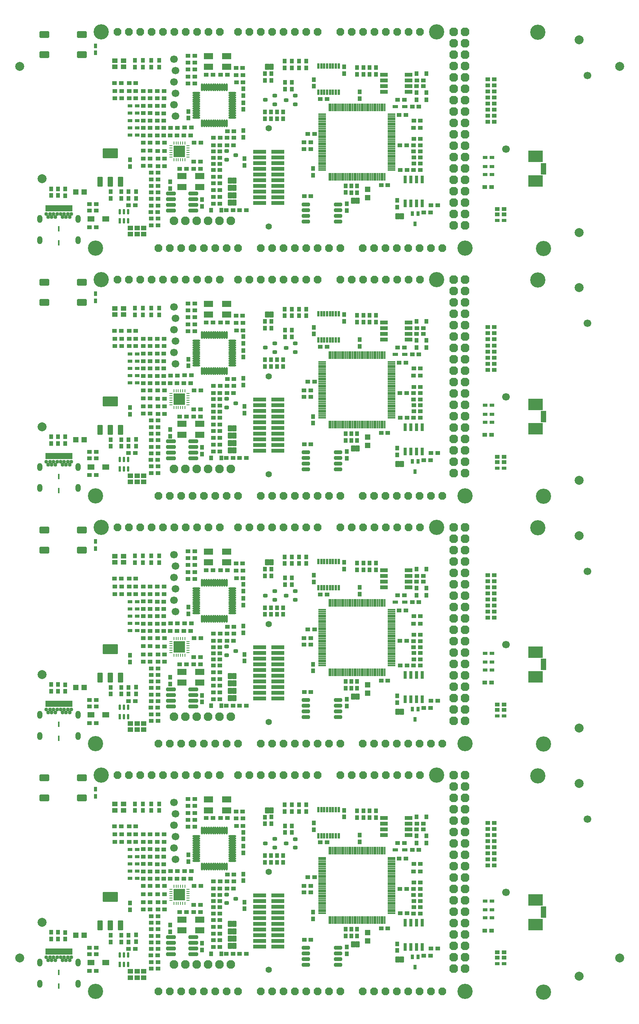
<source format=gts>
G04*
G04 #@! TF.GenerationSoftware,Altium Limited,Altium Designer,23.1.1 (15)*
G04*
G04 Layer_Color=8388736*
%FSLAX25Y25*%
%MOIN*%
G70*
G04*
G04 #@! TF.SameCoordinates,62433247-A29E-43A8-B4B8-56B850690A23*
G04*
G04*
G04 #@! TF.FilePolarity,Negative*
G04*
G01*
G75*
G04:AMPARAMS|DCode=28|XSize=47.45mil|YSize=21.1mil|CornerRadius=10.55mil|HoleSize=0mil|Usage=FLASHONLY|Rotation=90.000|XOffset=0mil|YOffset=0mil|HoleType=Round|Shape=RoundedRectangle|*
%AMROUNDEDRECTD28*
21,1,0.04745,0.00000,0,0,90.0*
21,1,0.02636,0.02110,0,0,90.0*
1,1,0.02110,0.00000,0.01318*
1,1,0.02110,0.00000,-0.01318*
1,1,0.02110,0.00000,-0.01318*
1,1,0.02110,0.00000,0.01318*
%
%ADD28ROUNDEDRECTD28*%
%ADD29R,0.02110X0.04745*%
G04:AMPARAMS|DCode=34|XSize=9.42mil|YSize=29.96mil|CornerRadius=4.71mil|HoleSize=0mil|Usage=FLASHONLY|Rotation=180.000|XOffset=0mil|YOffset=0mil|HoleType=Round|Shape=RoundedRectangle|*
%AMROUNDEDRECTD34*
21,1,0.00942,0.02054,0,0,180.0*
21,1,0.00000,0.02996,0,0,180.0*
1,1,0.00942,0.00000,0.01027*
1,1,0.00942,0.00000,0.01027*
1,1,0.00942,0.00000,-0.01027*
1,1,0.00942,0.00000,-0.01027*
%
%ADD34ROUNDEDRECTD34*%
G04:AMPARAMS|DCode=35|XSize=29.96mil|YSize=9.42mil|CornerRadius=4.71mil|HoleSize=0mil|Usage=FLASHONLY|Rotation=180.000|XOffset=0mil|YOffset=0mil|HoleType=Round|Shape=RoundedRectangle|*
%AMROUNDEDRECTD35*
21,1,0.02996,0.00000,0,0,180.0*
21,1,0.02054,0.00942,0,0,180.0*
1,1,0.00942,-0.01027,0.00000*
1,1,0.00942,0.01027,0.00000*
1,1,0.00942,0.01027,0.00000*
1,1,0.00942,-0.01027,0.00000*
%
%ADD35ROUNDEDRECTD35*%
%ADD36R,0.02996X0.00942*%
%ADD37R,0.10236X0.10236*%
%ADD109C,0.07874*%
G04:AMPARAMS|DCode=110|XSize=41.73mil|YSize=32.68mil|CornerRadius=10.26mil|HoleSize=0mil|Usage=FLASHONLY|Rotation=180.000|XOffset=0mil|YOffset=0mil|HoleType=Round|Shape=RoundedRectangle|*
%AMROUNDEDRECTD110*
21,1,0.04173,0.01215,0,0,180.0*
21,1,0.02121,0.03268,0,0,180.0*
1,1,0.02052,-0.01060,0.00608*
1,1,0.02052,0.01060,0.00608*
1,1,0.02052,0.01060,-0.00608*
1,1,0.02052,-0.01060,-0.00608*
%
%ADD110ROUNDEDRECTD110*%
%ADD111R,0.03543X0.03937*%
G04:AMPARAMS|DCode=112|XSize=39.37mil|YSize=55.12mil|CornerRadius=5.51mil|HoleSize=0mil|Usage=FLASHONLY|Rotation=0.000|XOffset=0mil|YOffset=0mil|HoleType=Round|Shape=RoundedRectangle|*
%AMROUNDEDRECTD112*
21,1,0.03937,0.04409,0,0,0.0*
21,1,0.02835,0.05512,0,0,0.0*
1,1,0.01102,0.01417,-0.02205*
1,1,0.01102,-0.01417,-0.02205*
1,1,0.01102,-0.01417,0.02205*
1,1,0.01102,0.01417,0.02205*
%
%ADD112ROUNDEDRECTD112*%
%ADD113R,0.03937X0.03543*%
%ADD114R,0.01575X0.04724*%
%ADD115R,0.01968X0.05512*%
G04:AMPARAMS|DCode=116|XSize=49.21mil|YSize=43.31mil|CornerRadius=5.71mil|HoleSize=0mil|Usage=FLASHONLY|Rotation=180.000|XOffset=0mil|YOffset=0mil|HoleType=Round|Shape=RoundedRectangle|*
%AMROUNDEDRECTD116*
21,1,0.04921,0.03189,0,0,180.0*
21,1,0.03780,0.04331,0,0,180.0*
1,1,0.01142,-0.01890,0.01595*
1,1,0.01142,0.01890,0.01595*
1,1,0.01142,0.01890,-0.01595*
1,1,0.01142,-0.01890,-0.01595*
%
%ADD116ROUNDEDRECTD116*%
%ADD117R,0.07874X0.05512*%
%ADD118R,0.12992X0.09843*%
%ADD119R,0.05118X0.01968*%
%ADD120R,0.01575X0.06594*%
%ADD121R,0.06594X0.01575*%
%ADD122R,0.04528X0.02559*%
%ADD123R,0.03268X0.04055*%
%ADD124R,0.02953X0.04331*%
%ADD125R,0.06890X0.03543*%
%ADD126R,0.03150X0.06890*%
%ADD127R,0.04035X0.02756*%
%ADD128R,0.01987X0.04687*%
%ADD129O,0.01772X0.06890*%
%ADD130O,0.06890X0.01772*%
G04:AMPARAMS|DCode=131|XSize=85.43mil|YSize=31.5mil|CornerRadius=6.89mil|HoleSize=0mil|Usage=FLASHONLY|Rotation=0.000|XOffset=0mil|YOffset=0mil|HoleType=Round|Shape=RoundedRectangle|*
%AMROUNDEDRECTD131*
21,1,0.08543,0.01772,0,0,0.0*
21,1,0.07165,0.03150,0,0,0.0*
1,1,0.01378,0.03583,-0.00886*
1,1,0.01378,-0.03583,-0.00886*
1,1,0.01378,-0.03583,0.00886*
1,1,0.01378,0.03583,0.00886*
%
%ADD131ROUNDEDRECTD131*%
G04:AMPARAMS|DCode=132|XSize=47.24mil|YSize=88.58mil|CornerRadius=5.91mil|HoleSize=0mil|Usage=FLASHONLY|Rotation=180.000|XOffset=0mil|YOffset=0mil|HoleType=Round|Shape=RoundedRectangle|*
%AMROUNDEDRECTD132*
21,1,0.04724,0.07677,0,0,180.0*
21,1,0.03543,0.08858,0,0,180.0*
1,1,0.01181,-0.01772,0.03839*
1,1,0.01181,0.01772,0.03839*
1,1,0.01181,0.01772,-0.03839*
1,1,0.01181,-0.01772,-0.03839*
%
%ADD132ROUNDEDRECTD132*%
G04:AMPARAMS|DCode=133|XSize=135.83mil|YSize=88.58mil|CornerRadius=5.96mil|HoleSize=0mil|Usage=FLASHONLY|Rotation=180.000|XOffset=0mil|YOffset=0mil|HoleType=Round|Shape=RoundedRectangle|*
%AMROUNDEDRECTD133*
21,1,0.13583,0.07667,0,0,180.0*
21,1,0.12392,0.08858,0,0,180.0*
1,1,0.01191,-0.06196,0.03834*
1,1,0.01191,0.06196,0.03834*
1,1,0.01191,0.06196,-0.03834*
1,1,0.01191,-0.06196,-0.03834*
%
%ADD133ROUNDEDRECTD133*%
%ADD134R,0.11791X0.03701*%
G04:AMPARAMS|DCode=135|XSize=72.84mil|YSize=30.71mil|CornerRadius=6.79mil|HoleSize=0mil|Usage=FLASHONLY|Rotation=0.000|XOffset=0mil|YOffset=0mil|HoleType=Round|Shape=RoundedRectangle|*
%AMROUNDEDRECTD135*
21,1,0.07284,0.01713,0,0,0.0*
21,1,0.05925,0.03071,0,0,0.0*
1,1,0.01358,0.02963,-0.00856*
1,1,0.01358,-0.02963,-0.00856*
1,1,0.01358,-0.02963,0.00856*
1,1,0.01358,0.02963,0.00856*
%
%ADD135ROUNDEDRECTD135*%
%ADD136R,0.05118X0.04724*%
%ADD137R,0.04724X0.05118*%
%ADD138R,0.02756X0.04035*%
%ADD139R,0.06299X0.05118*%
G04:AMPARAMS|DCode=140|XSize=59.06mil|YSize=86.61mil|CornerRadius=6.5mil|HoleSize=0mil|Usage=FLASHONLY|Rotation=90.000|XOffset=0mil|YOffset=0mil|HoleType=Round|Shape=RoundedRectangle|*
%AMROUNDEDRECTD140*
21,1,0.05906,0.07362,0,0,90.0*
21,1,0.04606,0.08661,0,0,90.0*
1,1,0.01299,0.03681,0.02303*
1,1,0.01299,0.03681,-0.02303*
1,1,0.01299,-0.03681,-0.02303*
1,1,0.01299,-0.03681,0.02303*
%
%ADD140ROUNDEDRECTD140*%
G04:AMPARAMS|DCode=141|XSize=63.87mil|YSize=63.87mil|CornerRadius=0mil|HoleSize=0mil|Usage=FLASHONLY|Rotation=90.000|XOffset=0mil|YOffset=0mil|HoleType=Round|Shape=Octagon|*
%AMOCTAGOND141*
4,1,8,0.01597,0.03194,-0.01597,0.03194,-0.03194,0.01597,-0.03194,-0.01597,-0.01597,-0.03194,0.01597,-0.03194,0.03194,-0.01597,0.03194,0.01597,0.01597,0.03194,0.0*
%
%ADD141OCTAGOND141*%

G04:AMPARAMS|DCode=142|XSize=73.87mil|YSize=73.87mil|CornerRadius=0mil|HoleSize=0mil|Usage=FLASHONLY|Rotation=270.000|XOffset=0mil|YOffset=0mil|HoleType=Round|Shape=Octagon|*
%AMOCTAGOND142*
4,1,8,-0.01847,-0.03694,0.01847,-0.03694,0.03694,-0.01847,0.03694,0.01847,0.01847,0.03694,-0.01847,0.03694,-0.03694,0.01847,-0.03694,-0.01847,-0.01847,-0.03694,0.0*
%
%ADD142OCTAGOND142*%

%ADD143C,0.07677*%
%ADD144O,0.04724X0.07087*%
%ADD145C,0.03347*%
%ADD146C,0.06693*%
%ADD147C,0.05472*%
%ADD148C,0.13385*%
D28*
X99681Y42140D02*
D03*
X103421D02*
D03*
X107161D02*
D03*
Y33868D02*
D03*
X103421D02*
D03*
X99681Y259856D02*
D03*
X103421D02*
D03*
X107161D02*
D03*
Y251585D02*
D03*
X103421D02*
D03*
X99681Y477573D02*
D03*
X103421D02*
D03*
X107161D02*
D03*
Y469301D02*
D03*
X103421D02*
D03*
X99681Y695289D02*
D03*
X103421D02*
D03*
X107161D02*
D03*
Y687018D02*
D03*
X103421D02*
D03*
D29*
X99681Y33868D02*
D03*
Y251585D02*
D03*
Y469301D02*
D03*
Y687018D02*
D03*
D34*
X157210Y87625D02*
D03*
X155242D02*
D03*
X153273D02*
D03*
X151305D02*
D03*
X149336D02*
D03*
X147368D02*
D03*
Y102393D02*
D03*
X149336D02*
D03*
X151305D02*
D03*
X153273D02*
D03*
X155242D02*
D03*
X157210D02*
D03*
Y305342D02*
D03*
X155242D02*
D03*
X153273D02*
D03*
X151305D02*
D03*
X149336D02*
D03*
X147368D02*
D03*
Y320110D02*
D03*
X149336D02*
D03*
X151305D02*
D03*
X153273D02*
D03*
X155242D02*
D03*
X157210D02*
D03*
Y523059D02*
D03*
X155242D02*
D03*
X153273D02*
D03*
X151305D02*
D03*
X149336D02*
D03*
X147368D02*
D03*
Y537826D02*
D03*
X149336D02*
D03*
X151305D02*
D03*
X153273D02*
D03*
X155242D02*
D03*
X157210D02*
D03*
Y740775D02*
D03*
X155242D02*
D03*
X153273D02*
D03*
X151305D02*
D03*
X149336D02*
D03*
X147368D02*
D03*
Y755543D02*
D03*
X149336D02*
D03*
X151305D02*
D03*
X153273D02*
D03*
X155242D02*
D03*
X157210D02*
D03*
D35*
X144905Y90088D02*
D03*
Y92057D02*
D03*
Y94025D02*
D03*
Y95994D02*
D03*
Y97962D02*
D03*
Y99931D02*
D03*
X159673D02*
D03*
Y97962D02*
D03*
Y95994D02*
D03*
Y94025D02*
D03*
Y92057D02*
D03*
X144905Y307805D02*
D03*
Y309773D02*
D03*
Y311742D02*
D03*
Y313710D02*
D03*
Y315679D02*
D03*
Y317647D02*
D03*
X159673D02*
D03*
Y315679D02*
D03*
Y313710D02*
D03*
Y311742D02*
D03*
Y309773D02*
D03*
X144905Y525521D02*
D03*
Y527490D02*
D03*
Y529458D02*
D03*
Y531427D02*
D03*
Y533395D02*
D03*
Y535364D02*
D03*
X159673D02*
D03*
Y533395D02*
D03*
Y531427D02*
D03*
Y529458D02*
D03*
Y527490D02*
D03*
X144905Y743238D02*
D03*
Y745206D02*
D03*
Y747175D02*
D03*
Y749143D02*
D03*
Y751112D02*
D03*
Y753080D02*
D03*
X159673D02*
D03*
Y751112D02*
D03*
Y749143D02*
D03*
Y747175D02*
D03*
Y745206D02*
D03*
D36*
Y90088D02*
D03*
Y307805D02*
D03*
Y525521D02*
D03*
Y743238D02*
D03*
D37*
X152289Y95009D02*
D03*
Y312726D02*
D03*
Y530442D02*
D03*
Y748159D02*
D03*
D109*
X539370Y822835D02*
D03*
X11811D02*
D03*
X539370Y39370D02*
D03*
X11811D02*
D03*
X503937Y23622D02*
D03*
Y192913D02*
D03*
X31496Y70866D02*
D03*
X503937Y241338D02*
D03*
Y410630D02*
D03*
X31496Y288582D02*
D03*
X503937Y459055D02*
D03*
Y628346D02*
D03*
X31496Y506299D02*
D03*
X503937Y676771D02*
D03*
Y846063D02*
D03*
X31496Y724016D02*
D03*
D110*
X246040Y140166D02*
D03*
X254268Y143946D02*
D03*
Y136387D02*
D03*
X193721Y95315D02*
D03*
Y87756D02*
D03*
X201949Y91535D02*
D03*
X236007Y136483D02*
D03*
Y144042D02*
D03*
X227779Y140262D02*
D03*
X246040Y357883D02*
D03*
X254268Y361662D02*
D03*
Y354103D02*
D03*
X193721Y313031D02*
D03*
Y305472D02*
D03*
X201949Y309252D02*
D03*
X236007Y354199D02*
D03*
Y361758D02*
D03*
X227779Y357979D02*
D03*
X246040Y575599D02*
D03*
X254268Y579379D02*
D03*
Y571820D02*
D03*
X193721Y530748D02*
D03*
Y523189D02*
D03*
X201949Y526968D02*
D03*
X236007Y571916D02*
D03*
Y579475D02*
D03*
X227779Y575695D02*
D03*
X246040Y793316D02*
D03*
X254268Y797095D02*
D03*
Y789536D02*
D03*
X193721Y748464D02*
D03*
Y740905D02*
D03*
X201949Y744685D02*
D03*
X236007Y789632D02*
D03*
Y797191D02*
D03*
X227779Y793412D02*
D03*
D111*
X227591Y129553D02*
D03*
Y123648D02*
D03*
X232905Y129553D02*
D03*
Y123648D02*
D03*
X238219Y129553D02*
D03*
Y123648D02*
D03*
X243533Y129553D02*
D03*
Y123648D02*
D03*
X251178Y155618D02*
D03*
Y149712D02*
D03*
X257446Y174213D02*
D03*
Y168307D02*
D03*
X245045Y155618D02*
D03*
Y149712D02*
D03*
X233268Y163386D02*
D03*
Y157480D02*
D03*
X113993Y59683D02*
D03*
Y53777D02*
D03*
X303542Y58836D02*
D03*
Y64741D02*
D03*
X251113Y168307D02*
D03*
Y174213D02*
D03*
X263780Y168307D02*
D03*
Y174213D02*
D03*
X319607Y162782D02*
D03*
Y168688D02*
D03*
X308452D02*
D03*
Y162782D02*
D03*
X325184Y168688D02*
D03*
Y162782D02*
D03*
X314029Y168688D02*
D03*
Y162782D02*
D03*
X343898Y51962D02*
D03*
Y46056D02*
D03*
X299406Y43150D02*
D03*
Y49056D02*
D03*
X208542Y131923D02*
D03*
Y137828D02*
D03*
X113197Y169068D02*
D03*
Y174974D02*
D03*
X120284D02*
D03*
Y169068D02*
D03*
X127370Y174974D02*
D03*
Y169068D02*
D03*
X134457Y174974D02*
D03*
Y169068D02*
D03*
X144068Y62489D02*
D03*
Y68395D02*
D03*
X39473Y62098D02*
D03*
Y56193D02*
D03*
X45379Y62098D02*
D03*
Y56193D02*
D03*
X208542Y107400D02*
D03*
Y113305D02*
D03*
X107573Y53617D02*
D03*
Y59523D02*
D03*
X101058Y53634D02*
D03*
Y59540D02*
D03*
X298629Y58858D02*
D03*
Y64764D02*
D03*
X310728Y147342D02*
D03*
Y141437D02*
D03*
X308446Y58834D02*
D03*
Y64740D02*
D03*
X269962Y73976D02*
D03*
Y79881D02*
D03*
X244779Y174212D02*
D03*
Y168307D02*
D03*
X270422Y152247D02*
D03*
Y158153D02*
D03*
X297261Y169278D02*
D03*
Y163372D02*
D03*
X209646Y88582D02*
D03*
Y82677D02*
D03*
X227474Y163307D02*
D03*
Y157402D02*
D03*
X208542Y144078D02*
D03*
Y149983D02*
D03*
X160137Y130147D02*
D03*
Y124242D02*
D03*
X172047Y52559D02*
D03*
Y46653D02*
D03*
X91661Y53634D02*
D03*
Y59540D02*
D03*
X108664Y81767D02*
D03*
Y87673D02*
D03*
X51690Y55996D02*
D03*
Y61902D02*
D03*
X227591Y347270D02*
D03*
Y341365D02*
D03*
X232905Y347270D02*
D03*
Y341365D02*
D03*
X238219Y347270D02*
D03*
Y341365D02*
D03*
X243533Y347270D02*
D03*
Y341365D02*
D03*
X251178Y373334D02*
D03*
Y367429D02*
D03*
X257446Y391929D02*
D03*
Y386023D02*
D03*
X245045Y373334D02*
D03*
Y367429D02*
D03*
X233268Y381102D02*
D03*
Y375197D02*
D03*
X113993Y277400D02*
D03*
Y271494D02*
D03*
X303542Y276552D02*
D03*
Y282458D02*
D03*
X251113Y386023D02*
D03*
Y391929D02*
D03*
X263780Y386023D02*
D03*
Y391929D02*
D03*
X319607Y380499D02*
D03*
Y386404D02*
D03*
X308452D02*
D03*
Y380499D02*
D03*
X325184Y386404D02*
D03*
Y380499D02*
D03*
X314029Y386404D02*
D03*
Y380499D02*
D03*
X343898Y269678D02*
D03*
Y263773D02*
D03*
X299406Y260867D02*
D03*
Y266772D02*
D03*
X208542Y349639D02*
D03*
Y355545D02*
D03*
X113197Y386785D02*
D03*
Y392690D02*
D03*
X120284D02*
D03*
Y386785D02*
D03*
X127370Y392690D02*
D03*
Y386785D02*
D03*
X134457Y392690D02*
D03*
Y386785D02*
D03*
X144068Y280206D02*
D03*
Y286111D02*
D03*
X39473Y279815D02*
D03*
Y273909D02*
D03*
X45379Y279815D02*
D03*
Y273909D02*
D03*
X208542Y325116D02*
D03*
Y331022D02*
D03*
X107573Y271334D02*
D03*
Y277239D02*
D03*
X101058Y271351D02*
D03*
Y277256D02*
D03*
X298629Y276575D02*
D03*
Y282480D02*
D03*
X310728Y365059D02*
D03*
Y359153D02*
D03*
X308446Y276551D02*
D03*
Y282457D02*
D03*
X269962Y291692D02*
D03*
Y297598D02*
D03*
X244779Y391929D02*
D03*
Y386023D02*
D03*
X270422Y369964D02*
D03*
Y375869D02*
D03*
X297261Y386995D02*
D03*
Y381089D02*
D03*
X209646Y306299D02*
D03*
Y300394D02*
D03*
X227474Y381024D02*
D03*
Y375118D02*
D03*
X208542Y361794D02*
D03*
Y367700D02*
D03*
X160137Y347864D02*
D03*
Y341958D02*
D03*
X172047Y270275D02*
D03*
Y264370D02*
D03*
X91661Y271351D02*
D03*
Y277256D02*
D03*
X108664Y299484D02*
D03*
Y305389D02*
D03*
X51690Y273713D02*
D03*
Y279618D02*
D03*
X227591Y564987D02*
D03*
Y559081D02*
D03*
X232905Y564987D02*
D03*
Y559081D02*
D03*
X238219Y564987D02*
D03*
Y559081D02*
D03*
X243533Y564987D02*
D03*
Y559081D02*
D03*
X251178Y591051D02*
D03*
Y585145D02*
D03*
X257446Y609646D02*
D03*
Y603740D02*
D03*
X245045Y591051D02*
D03*
Y585145D02*
D03*
X233268Y598819D02*
D03*
Y592913D02*
D03*
X113993Y495116D02*
D03*
Y489211D02*
D03*
X303542Y494269D02*
D03*
Y500174D02*
D03*
X251113Y603740D02*
D03*
Y609646D02*
D03*
X263780Y603740D02*
D03*
Y609646D02*
D03*
X319607Y598215D02*
D03*
Y604121D02*
D03*
X308452D02*
D03*
Y598215D02*
D03*
X325184Y604121D02*
D03*
Y598215D02*
D03*
X314029Y604121D02*
D03*
Y598215D02*
D03*
X343898Y487395D02*
D03*
Y481489D02*
D03*
X299406Y478583D02*
D03*
Y484489D02*
D03*
X208542Y567356D02*
D03*
Y573261D02*
D03*
X113197Y604501D02*
D03*
Y610407D02*
D03*
X120284D02*
D03*
Y604501D02*
D03*
X127370Y610407D02*
D03*
Y604501D02*
D03*
X134457Y610407D02*
D03*
Y604501D02*
D03*
X144068Y497923D02*
D03*
Y503828D02*
D03*
X39473Y497532D02*
D03*
Y491626D02*
D03*
X45379Y497532D02*
D03*
Y491626D02*
D03*
X208542Y542833D02*
D03*
Y548738D02*
D03*
X107573Y489050D02*
D03*
Y494956D02*
D03*
X101058Y489067D02*
D03*
Y494973D02*
D03*
X298629Y494291D02*
D03*
Y500197D02*
D03*
X310728Y582775D02*
D03*
Y576870D02*
D03*
X308446Y494268D02*
D03*
Y500173D02*
D03*
X269962Y509409D02*
D03*
Y515314D02*
D03*
X244779Y609646D02*
D03*
Y603740D02*
D03*
X270422Y587680D02*
D03*
Y593586D02*
D03*
X297261Y604711D02*
D03*
Y598806D02*
D03*
X209646Y524016D02*
D03*
Y518110D02*
D03*
X227474Y598740D02*
D03*
Y592835D02*
D03*
X208542Y579511D02*
D03*
Y585416D02*
D03*
X160137Y565580D02*
D03*
Y559675D02*
D03*
X172047Y487992D02*
D03*
Y482087D02*
D03*
X91661Y489067D02*
D03*
Y494973D02*
D03*
X108664Y517200D02*
D03*
Y523106D02*
D03*
X51690Y491429D02*
D03*
Y497335D02*
D03*
X227591Y782703D02*
D03*
Y776798D02*
D03*
X232905Y782703D02*
D03*
Y776798D02*
D03*
X238219Y782703D02*
D03*
Y776798D02*
D03*
X243533Y782703D02*
D03*
Y776798D02*
D03*
X251178Y808767D02*
D03*
Y802862D02*
D03*
X257446Y827362D02*
D03*
Y821457D02*
D03*
X245045Y808767D02*
D03*
Y802862D02*
D03*
X233268Y816535D02*
D03*
Y810630D02*
D03*
X113993Y712833D02*
D03*
Y706927D02*
D03*
X303542Y711985D02*
D03*
Y717891D02*
D03*
X251113Y821457D02*
D03*
Y827362D02*
D03*
X263780Y821457D02*
D03*
Y827362D02*
D03*
X319607Y815932D02*
D03*
Y821838D02*
D03*
X308452D02*
D03*
Y815932D02*
D03*
X325184Y821838D02*
D03*
Y815932D02*
D03*
X314029Y821838D02*
D03*
Y815932D02*
D03*
X343898Y705111D02*
D03*
Y699206D02*
D03*
X299406Y696300D02*
D03*
Y702205D02*
D03*
X208542Y785072D02*
D03*
Y790978D02*
D03*
X113197Y822218D02*
D03*
Y828123D02*
D03*
X120284D02*
D03*
Y822218D02*
D03*
X127370Y828123D02*
D03*
Y822218D02*
D03*
X134457Y828123D02*
D03*
Y822218D02*
D03*
X144068Y715639D02*
D03*
Y721545D02*
D03*
X39473Y715248D02*
D03*
Y709343D02*
D03*
X45379Y715248D02*
D03*
Y709343D02*
D03*
X208542Y760549D02*
D03*
Y766455D02*
D03*
X107573Y706767D02*
D03*
Y712672D02*
D03*
X101058Y706784D02*
D03*
Y712689D02*
D03*
X298629Y712008D02*
D03*
Y717913D02*
D03*
X310728Y800492D02*
D03*
Y794587D02*
D03*
X308446Y711984D02*
D03*
Y717890D02*
D03*
X269962Y727125D02*
D03*
Y733031D02*
D03*
X244779Y827362D02*
D03*
Y821457D02*
D03*
X270422Y805397D02*
D03*
Y811302D02*
D03*
X297261Y822427D02*
D03*
Y816522D02*
D03*
X209646Y741732D02*
D03*
Y735827D02*
D03*
X227474Y816457D02*
D03*
Y810551D02*
D03*
X208542Y797227D02*
D03*
Y803133D02*
D03*
X160137Y783297D02*
D03*
Y777391D02*
D03*
X172047Y705709D02*
D03*
Y699803D02*
D03*
X91661Y706784D02*
D03*
Y712689D02*
D03*
X108664Y734917D02*
D03*
Y740822D02*
D03*
X51690Y709146D02*
D03*
Y715051D02*
D03*
D112*
X233110Y169291D02*
D03*
X229488D02*
D03*
X305276Y51575D02*
D03*
X308898D02*
D03*
X344213Y38018D02*
D03*
X347835D02*
D03*
X200494Y69395D02*
D03*
X196872D02*
D03*
Y62964D02*
D03*
X200494D02*
D03*
Y56343D02*
D03*
X196872D02*
D03*
X200494Y50053D02*
D03*
X196872D02*
D03*
X233110Y387008D02*
D03*
X229488D02*
D03*
X305276Y269291D02*
D03*
X308898D02*
D03*
X344213Y255735D02*
D03*
X347835D02*
D03*
X200494Y287111D02*
D03*
X196872D02*
D03*
Y280681D02*
D03*
X200494D02*
D03*
Y274059D02*
D03*
X196872D02*
D03*
X200494Y267770D02*
D03*
X196872D02*
D03*
X233110Y604724D02*
D03*
X229488D02*
D03*
X305276Y487008D02*
D03*
X308898D02*
D03*
X344213Y473451D02*
D03*
X347835D02*
D03*
X200494Y504828D02*
D03*
X196872D02*
D03*
Y498397D02*
D03*
X200494D02*
D03*
Y491776D02*
D03*
X196872D02*
D03*
X200494Y485486D02*
D03*
X196872D02*
D03*
X233110Y822441D02*
D03*
X229488D02*
D03*
X305276Y704724D02*
D03*
X308898D02*
D03*
X344213Y691168D02*
D03*
X347835D02*
D03*
X200494Y722544D02*
D03*
X196872D02*
D03*
Y716114D02*
D03*
X200494D02*
D03*
Y709492D02*
D03*
X196872D02*
D03*
X200494Y703203D02*
D03*
X196872D02*
D03*
D113*
X420866Y63652D02*
D03*
X426772D02*
D03*
X126444Y82237D02*
D03*
X120539D02*
D03*
X358164Y115571D02*
D03*
X364070D02*
D03*
X361002Y157340D02*
D03*
X366908D02*
D03*
X360983Y152340D02*
D03*
X366888D02*
D03*
X344270Y140351D02*
D03*
X350175D02*
D03*
X364070Y78634D02*
D03*
X358164D02*
D03*
X357065Y134446D02*
D03*
X362970D02*
D03*
X346423Y78831D02*
D03*
X352329D02*
D03*
X358361Y84234D02*
D03*
X364266D02*
D03*
X367126Y41338D02*
D03*
X373032D02*
D03*
X373602Y47763D02*
D03*
X379508D02*
D03*
X133169Y95500D02*
D03*
X139075D02*
D03*
X127488Y35910D02*
D03*
X133394D02*
D03*
Y30150D02*
D03*
X127488D02*
D03*
X127291Y41669D02*
D03*
X133197D02*
D03*
X113503Y47579D02*
D03*
X107597D02*
D03*
X364266Y122116D02*
D03*
X358361D02*
D03*
X431786Y44491D02*
D03*
X437691D02*
D03*
X126337Y109055D02*
D03*
X120431D02*
D03*
X431825Y39729D02*
D03*
X437731D02*
D03*
X138583Y109055D02*
D03*
X132677D02*
D03*
X267914Y55512D02*
D03*
X262008D02*
D03*
X187947Y66892D02*
D03*
X182042D02*
D03*
X187947Y60945D02*
D03*
X182042D02*
D03*
X187947Y54998D02*
D03*
X182042D02*
D03*
X188058Y106859D02*
D03*
X182153D02*
D03*
X267664Y102846D02*
D03*
X261759D02*
D03*
X95284Y155092D02*
D03*
X101189D02*
D03*
X126337Y135039D02*
D03*
X120431D02*
D03*
X126337Y115551D02*
D03*
X120431D02*
D03*
X126337Y128543D02*
D03*
X120431D02*
D03*
X126337Y122047D02*
D03*
X120431D02*
D03*
X423356Y126185D02*
D03*
X429261D02*
D03*
X423356Y120842D02*
D03*
X429261D02*
D03*
Y136871D02*
D03*
X423356D02*
D03*
Y131528D02*
D03*
X429261D02*
D03*
X423356Y147557D02*
D03*
X429261D02*
D03*
X423356Y142214D02*
D03*
X429261D02*
D03*
X423356Y158243D02*
D03*
X429261D02*
D03*
X423356Y152900D02*
D03*
X429261D02*
D03*
X126337Y148031D02*
D03*
X120431D02*
D03*
X138780Y148031D02*
D03*
X132874D02*
D03*
X101452Y148031D02*
D03*
X95546D02*
D03*
X113894D02*
D03*
X107989D02*
D03*
X126337Y141596D02*
D03*
X120431D02*
D03*
X138780Y141568D02*
D03*
X132874D02*
D03*
X101452Y141596D02*
D03*
X95546D02*
D03*
X113894D02*
D03*
X107989D02*
D03*
X358361Y89638D02*
D03*
X364266D02*
D03*
X358361Y105848D02*
D03*
X364266D02*
D03*
X162692Y115892D02*
D03*
X156787D02*
D03*
X165113Y102787D02*
D03*
X171018D02*
D03*
X187947Y94908D02*
D03*
X182042D02*
D03*
X187947Y89354D02*
D03*
X182042D02*
D03*
X207969Y168307D02*
D03*
X202063D02*
D03*
X199952Y100387D02*
D03*
X194047D02*
D03*
X208075Y162100D02*
D03*
X202169D02*
D03*
X165858Y166982D02*
D03*
X159952D02*
D03*
X199992Y106859D02*
D03*
X194086D02*
D03*
X187947Y100462D02*
D03*
X182042D02*
D03*
X144645Y115816D02*
D03*
X150551D02*
D03*
X165858Y179159D02*
D03*
X159952D02*
D03*
X187947Y49051D02*
D03*
X182042D02*
D03*
X165858Y173071D02*
D03*
X159952D02*
D03*
X211221Y43307D02*
D03*
X205315D02*
D03*
X182042Y72662D02*
D03*
X187947D02*
D03*
Y78609D02*
D03*
X182042D02*
D03*
X187947Y84071D02*
D03*
X182042D02*
D03*
X133394Y70468D02*
D03*
X127488D02*
D03*
X133394Y76227D02*
D03*
X127488D02*
D03*
X133107Y102728D02*
D03*
X139013D02*
D03*
X120473Y102796D02*
D03*
X126378D02*
D03*
X199409Y43307D02*
D03*
X193504D02*
D03*
X120513Y88568D02*
D03*
X126419D02*
D03*
X120536Y95628D02*
D03*
X126442D02*
D03*
X127488Y47429D02*
D03*
X133394D02*
D03*
X127488Y53189D02*
D03*
X133394D02*
D03*
Y58948D02*
D03*
X127488D02*
D03*
X133394Y64708D02*
D03*
X127488D02*
D03*
X73106Y28240D02*
D03*
X79011D02*
D03*
Y48566D02*
D03*
X73106D02*
D03*
X79011Y42919D02*
D03*
X73106D02*
D03*
X351378Y126968D02*
D03*
X345473D02*
D03*
X282066Y141029D02*
D03*
X276161D02*
D03*
X265105Y110468D02*
D03*
X271011D02*
D03*
X329725Y65354D02*
D03*
X335630D02*
D03*
X352126Y100287D02*
D03*
X346220D02*
D03*
X165661Y160697D02*
D03*
X159755D02*
D03*
X261840Y97066D02*
D03*
X267745D02*
D03*
X113894Y155092D02*
D03*
X107989D02*
D03*
X138583Y134908D02*
D03*
X132677D02*
D03*
X138583Y115518D02*
D03*
X132677D02*
D03*
X138583Y128445D02*
D03*
X132677D02*
D03*
X138583Y121982D02*
D03*
X132677D02*
D03*
X364070Y94844D02*
D03*
X358164D02*
D03*
X364070Y100248D02*
D03*
X358164D02*
D03*
X175939Y162459D02*
D03*
X181844D02*
D03*
X194520Y162343D02*
D03*
X188614D02*
D03*
X208228Y155518D02*
D03*
X202322D02*
D03*
X159755Y154805D02*
D03*
X165661D02*
D03*
X194369Y112778D02*
D03*
X200274D02*
D03*
X170749Y79819D02*
D03*
X164843D02*
D03*
X158527Y79694D02*
D03*
X152622D02*
D03*
X170681Y86040D02*
D03*
X164776D02*
D03*
X162008Y109055D02*
D03*
X156102D02*
D03*
X133391Y88596D02*
D03*
X139297D02*
D03*
X144291Y109055D02*
D03*
X150197D02*
D03*
X133391Y82049D02*
D03*
X139297D02*
D03*
X420866Y281368D02*
D03*
X426772D02*
D03*
X126444Y299954D02*
D03*
X120539D02*
D03*
X358164Y333287D02*
D03*
X364070D02*
D03*
X361002Y375056D02*
D03*
X366908D02*
D03*
X360983Y370056D02*
D03*
X366888D02*
D03*
X344270Y358068D02*
D03*
X350175D02*
D03*
X364070Y296350D02*
D03*
X358164D02*
D03*
X357065Y352163D02*
D03*
X362970D02*
D03*
X346423Y296547D02*
D03*
X352329D02*
D03*
X358361Y301951D02*
D03*
X364266D02*
D03*
X367126Y259055D02*
D03*
X373032D02*
D03*
X373602Y265480D02*
D03*
X379508D02*
D03*
X133169Y313216D02*
D03*
X139075D02*
D03*
X127488Y253626D02*
D03*
X133394D02*
D03*
Y247867D02*
D03*
X127488D02*
D03*
X127291Y259386D02*
D03*
X133197D02*
D03*
X113503Y265296D02*
D03*
X107597D02*
D03*
X364266Y339832D02*
D03*
X358361D02*
D03*
X431786Y262208D02*
D03*
X437691D02*
D03*
X126337Y326771D02*
D03*
X120431D02*
D03*
X431825Y257445D02*
D03*
X437731D02*
D03*
X138583Y326771D02*
D03*
X132677D02*
D03*
X267914Y273228D02*
D03*
X262008D02*
D03*
X187947Y284608D02*
D03*
X182042D02*
D03*
X187947Y278661D02*
D03*
X182042D02*
D03*
X187947Y272714D02*
D03*
X182042D02*
D03*
X188058Y324575D02*
D03*
X182153D02*
D03*
X267664Y320563D02*
D03*
X261759D02*
D03*
X95284Y372808D02*
D03*
X101189D02*
D03*
X126337Y352756D02*
D03*
X120431D02*
D03*
X126337Y333268D02*
D03*
X120431D02*
D03*
X126337Y346260D02*
D03*
X120431D02*
D03*
X126337Y339764D02*
D03*
X120431D02*
D03*
X423356Y343901D02*
D03*
X429261D02*
D03*
X423356Y338558D02*
D03*
X429261D02*
D03*
Y354587D02*
D03*
X423356D02*
D03*
Y349244D02*
D03*
X429261D02*
D03*
X423356Y365274D02*
D03*
X429261D02*
D03*
X423356Y359930D02*
D03*
X429261D02*
D03*
X423356Y375960D02*
D03*
X429261D02*
D03*
X423356Y370617D02*
D03*
X429261D02*
D03*
X126337Y365748D02*
D03*
X120431D02*
D03*
X138780Y365748D02*
D03*
X132874D02*
D03*
X101452Y365748D02*
D03*
X95546D02*
D03*
X113894D02*
D03*
X107989D02*
D03*
X126337Y359312D02*
D03*
X120431D02*
D03*
X138780Y359285D02*
D03*
X132874D02*
D03*
X101452Y359312D02*
D03*
X95546D02*
D03*
X113894D02*
D03*
X107989D02*
D03*
X358361Y307354D02*
D03*
X364266D02*
D03*
X358361Y323564D02*
D03*
X364266D02*
D03*
X162692Y333609D02*
D03*
X156787D02*
D03*
X165113Y320503D02*
D03*
X171018D02*
D03*
X187947Y312624D02*
D03*
X182042D02*
D03*
X187947Y307070D02*
D03*
X182042D02*
D03*
X207969Y386024D02*
D03*
X202063D02*
D03*
X199952Y318103D02*
D03*
X194047D02*
D03*
X208075Y379816D02*
D03*
X202169D02*
D03*
X165858Y384699D02*
D03*
X159952D02*
D03*
X199992Y324575D02*
D03*
X194086D02*
D03*
X187947Y318178D02*
D03*
X182042D02*
D03*
X144645Y333533D02*
D03*
X150551D02*
D03*
X165858Y396876D02*
D03*
X159952D02*
D03*
X187947Y266767D02*
D03*
X182042D02*
D03*
X165858Y390787D02*
D03*
X159952D02*
D03*
X211221Y261023D02*
D03*
X205315D02*
D03*
X182042Y290379D02*
D03*
X187947D02*
D03*
Y296326D02*
D03*
X182042D02*
D03*
X187947Y301787D02*
D03*
X182042D02*
D03*
X133394Y288184D02*
D03*
X127488D02*
D03*
X133394Y293944D02*
D03*
X127488D02*
D03*
X133107Y320444D02*
D03*
X139013D02*
D03*
X120473Y320512D02*
D03*
X126378D02*
D03*
X199409Y261023D02*
D03*
X193504D02*
D03*
X120513Y306284D02*
D03*
X126419D02*
D03*
X120536Y313344D02*
D03*
X126442D02*
D03*
X127488Y265146D02*
D03*
X133394D02*
D03*
X127488Y270905D02*
D03*
X133394D02*
D03*
Y276665D02*
D03*
X127488D02*
D03*
X133394Y282424D02*
D03*
X127488D02*
D03*
X73106Y245957D02*
D03*
X79011D02*
D03*
Y266283D02*
D03*
X73106D02*
D03*
X79011Y260635D02*
D03*
X73106D02*
D03*
X351378Y344685D02*
D03*
X345473D02*
D03*
X282066Y358746D02*
D03*
X276161D02*
D03*
X265105Y328185D02*
D03*
X271011D02*
D03*
X329725Y283071D02*
D03*
X335630D02*
D03*
X352126Y318004D02*
D03*
X346220D02*
D03*
X165661Y378414D02*
D03*
X159755D02*
D03*
X261840Y314783D02*
D03*
X267745D02*
D03*
X113894Y372808D02*
D03*
X107989D02*
D03*
X138583Y352625D02*
D03*
X132677D02*
D03*
X138583Y333235D02*
D03*
X132677D02*
D03*
X138583Y346161D02*
D03*
X132677D02*
D03*
X138583Y339698D02*
D03*
X132677D02*
D03*
X364070Y312561D02*
D03*
X358164D02*
D03*
X364070Y317964D02*
D03*
X358164D02*
D03*
X175939Y380176D02*
D03*
X181844D02*
D03*
X194520Y380060D02*
D03*
X188614D02*
D03*
X208228Y373235D02*
D03*
X202322D02*
D03*
X159755Y372522D02*
D03*
X165661D02*
D03*
X194369Y330495D02*
D03*
X200274D02*
D03*
X170749Y297535D02*
D03*
X164843D02*
D03*
X158527Y297410D02*
D03*
X152622D02*
D03*
X170681Y303756D02*
D03*
X164776D02*
D03*
X162008Y326771D02*
D03*
X156102D02*
D03*
X133391Y306313D02*
D03*
X139297D02*
D03*
X144291Y326771D02*
D03*
X150197D02*
D03*
X133391Y299765D02*
D03*
X139297D02*
D03*
X420866Y499085D02*
D03*
X426772D02*
D03*
X126444Y517670D02*
D03*
X120539D02*
D03*
X358164Y551004D02*
D03*
X364070D02*
D03*
X361002Y592773D02*
D03*
X366908D02*
D03*
X360983Y587773D02*
D03*
X366888D02*
D03*
X344270Y575785D02*
D03*
X350175D02*
D03*
X364070Y514067D02*
D03*
X358164D02*
D03*
X357065Y569879D02*
D03*
X362970D02*
D03*
X346423Y514264D02*
D03*
X352329D02*
D03*
X358361Y519667D02*
D03*
X364266D02*
D03*
X367126Y476771D02*
D03*
X373032D02*
D03*
X373602Y483196D02*
D03*
X379508D02*
D03*
X133169Y530933D02*
D03*
X139075D02*
D03*
X127488Y471343D02*
D03*
X133394D02*
D03*
Y465583D02*
D03*
X127488D02*
D03*
X127291Y477103D02*
D03*
X133197D02*
D03*
X113503Y483012D02*
D03*
X107597D02*
D03*
X364266Y557549D02*
D03*
X358361D02*
D03*
X431786Y479924D02*
D03*
X437691D02*
D03*
X126337Y544488D02*
D03*
X120431D02*
D03*
X431825Y475162D02*
D03*
X437731D02*
D03*
X138583Y544488D02*
D03*
X132677D02*
D03*
X267914Y490945D02*
D03*
X262008D02*
D03*
X187947Y502325D02*
D03*
X182042D02*
D03*
X187947Y496378D02*
D03*
X182042D02*
D03*
X187947Y490431D02*
D03*
X182042D02*
D03*
X188058Y542292D02*
D03*
X182153D02*
D03*
X267664Y538279D02*
D03*
X261759D02*
D03*
X95284Y590525D02*
D03*
X101189D02*
D03*
X126337Y570472D02*
D03*
X120431D02*
D03*
X126337Y550984D02*
D03*
X120431D02*
D03*
X126337Y563976D02*
D03*
X120431D02*
D03*
X126337Y557480D02*
D03*
X120431D02*
D03*
X423356Y561618D02*
D03*
X429261D02*
D03*
X423356Y556275D02*
D03*
X429261D02*
D03*
Y572304D02*
D03*
X423356D02*
D03*
Y566961D02*
D03*
X429261D02*
D03*
X423356Y582990D02*
D03*
X429261D02*
D03*
X423356Y577647D02*
D03*
X429261D02*
D03*
X423356Y593676D02*
D03*
X429261D02*
D03*
X423356Y588333D02*
D03*
X429261D02*
D03*
X126337Y583464D02*
D03*
X120431D02*
D03*
X138780Y583464D02*
D03*
X132874D02*
D03*
X101452Y583464D02*
D03*
X95546D02*
D03*
X113894D02*
D03*
X107989D02*
D03*
X126337Y577029D02*
D03*
X120431D02*
D03*
X138780Y577001D02*
D03*
X132874D02*
D03*
X101452Y577029D02*
D03*
X95546D02*
D03*
X113894D02*
D03*
X107989D02*
D03*
X358361Y525071D02*
D03*
X364266D02*
D03*
X358361Y541281D02*
D03*
X364266D02*
D03*
X162692Y551325D02*
D03*
X156787D02*
D03*
X165113Y538219D02*
D03*
X171018D02*
D03*
X187947Y530341D02*
D03*
X182042D02*
D03*
X187947Y524787D02*
D03*
X182042D02*
D03*
X207969Y603741D02*
D03*
X202063D02*
D03*
X199952Y535820D02*
D03*
X194047D02*
D03*
X208075Y597533D02*
D03*
X202169D02*
D03*
X165858Y602415D02*
D03*
X159952D02*
D03*
X199992Y542292D02*
D03*
X194086D02*
D03*
X187947Y535895D02*
D03*
X182042D02*
D03*
X144645Y551249D02*
D03*
X150551D02*
D03*
X165858Y614592D02*
D03*
X159952D02*
D03*
X187947Y484484D02*
D03*
X182042D02*
D03*
X165858Y608504D02*
D03*
X159952D02*
D03*
X211221Y478740D02*
D03*
X205315D02*
D03*
X182042Y508095D02*
D03*
X187947D02*
D03*
Y514042D02*
D03*
X182042D02*
D03*
X187947Y519504D02*
D03*
X182042D02*
D03*
X133394Y505901D02*
D03*
X127488D02*
D03*
X133394Y511660D02*
D03*
X127488D02*
D03*
X133107Y538161D02*
D03*
X139013D02*
D03*
X120473Y538229D02*
D03*
X126378D02*
D03*
X199409Y478740D02*
D03*
X193504D02*
D03*
X120513Y524001D02*
D03*
X126419D02*
D03*
X120536Y531061D02*
D03*
X126442D02*
D03*
X127488Y482862D02*
D03*
X133394D02*
D03*
X127488Y488622D02*
D03*
X133394D02*
D03*
Y494381D02*
D03*
X127488D02*
D03*
X133394Y500141D02*
D03*
X127488D02*
D03*
X73106Y463673D02*
D03*
X79011D02*
D03*
Y483999D02*
D03*
X73106D02*
D03*
X79011Y478351D02*
D03*
X73106D02*
D03*
X351378Y562401D02*
D03*
X345473D02*
D03*
X282066Y576462D02*
D03*
X276161D02*
D03*
X265105Y545901D02*
D03*
X271011D02*
D03*
X329725Y500787D02*
D03*
X335630D02*
D03*
X352126Y535720D02*
D03*
X346220D02*
D03*
X165661Y596130D02*
D03*
X159755D02*
D03*
X261840Y532500D02*
D03*
X267745D02*
D03*
X113894Y590525D02*
D03*
X107989D02*
D03*
X138583Y570341D02*
D03*
X132677D02*
D03*
X138583Y550951D02*
D03*
X132677D02*
D03*
X138583Y563878D02*
D03*
X132677D02*
D03*
X138583Y557415D02*
D03*
X132677D02*
D03*
X364070Y530277D02*
D03*
X358164D02*
D03*
X364070Y535681D02*
D03*
X358164D02*
D03*
X175939Y597892D02*
D03*
X181844D02*
D03*
X194520Y597776D02*
D03*
X188614D02*
D03*
X208228Y590951D02*
D03*
X202322D02*
D03*
X159755Y590238D02*
D03*
X165661D02*
D03*
X194369Y548211D02*
D03*
X200274D02*
D03*
X170749Y515252D02*
D03*
X164843D02*
D03*
X158527Y515127D02*
D03*
X152622D02*
D03*
X170681Y521473D02*
D03*
X164776D02*
D03*
X162008Y544488D02*
D03*
X156102D02*
D03*
X133391Y524029D02*
D03*
X139297D02*
D03*
X144291Y544488D02*
D03*
X150197D02*
D03*
X133391Y517482D02*
D03*
X139297D02*
D03*
X420866Y716801D02*
D03*
X426772D02*
D03*
X126444Y735387D02*
D03*
X120539D02*
D03*
X358164Y768720D02*
D03*
X364070D02*
D03*
X361002Y810489D02*
D03*
X366908D02*
D03*
X360983Y805489D02*
D03*
X366888D02*
D03*
X344270Y793501D02*
D03*
X350175D02*
D03*
X364070Y731783D02*
D03*
X358164D02*
D03*
X357065Y787596D02*
D03*
X362970D02*
D03*
X346423Y731980D02*
D03*
X352329D02*
D03*
X358361Y737384D02*
D03*
X364266D02*
D03*
X367126Y694488D02*
D03*
X373032D02*
D03*
X373602Y700913D02*
D03*
X379508D02*
D03*
X133169Y748650D02*
D03*
X139075D02*
D03*
X127488Y689059D02*
D03*
X133394D02*
D03*
Y683300D02*
D03*
X127488D02*
D03*
X127291Y694819D02*
D03*
X133197D02*
D03*
X113503Y700729D02*
D03*
X107597D02*
D03*
X364266Y775266D02*
D03*
X358361D02*
D03*
X431786Y697641D02*
D03*
X437691D02*
D03*
X126337Y762205D02*
D03*
X120431D02*
D03*
X431825Y692878D02*
D03*
X437731D02*
D03*
X138583Y762205D02*
D03*
X132677D02*
D03*
X267914Y708661D02*
D03*
X262008D02*
D03*
X187947Y720042D02*
D03*
X182042D02*
D03*
X187947Y714094D02*
D03*
X182042D02*
D03*
X187947Y708147D02*
D03*
X182042D02*
D03*
X188058Y760008D02*
D03*
X182153D02*
D03*
X267664Y755996D02*
D03*
X261759D02*
D03*
X95284Y808241D02*
D03*
X101189D02*
D03*
X126337Y788189D02*
D03*
X120431D02*
D03*
X126337Y768701D02*
D03*
X120431D02*
D03*
X126337Y781693D02*
D03*
X120431D02*
D03*
X126337Y775197D02*
D03*
X120431D02*
D03*
X423356Y779334D02*
D03*
X429261D02*
D03*
X423356Y773991D02*
D03*
X429261D02*
D03*
Y790021D02*
D03*
X423356D02*
D03*
Y784678D02*
D03*
X429261D02*
D03*
X423356Y800707D02*
D03*
X429261D02*
D03*
X423356Y795364D02*
D03*
X429261D02*
D03*
X423356Y811393D02*
D03*
X429261D02*
D03*
X423356Y806050D02*
D03*
X429261D02*
D03*
X126337Y801181D02*
D03*
X120431D02*
D03*
X138780Y801181D02*
D03*
X132874D02*
D03*
X101452Y801181D02*
D03*
X95546D02*
D03*
X113894D02*
D03*
X107989D02*
D03*
X126337Y794745D02*
D03*
X120431D02*
D03*
X138780Y794718D02*
D03*
X132874D02*
D03*
X101452Y794745D02*
D03*
X95546D02*
D03*
X113894D02*
D03*
X107989D02*
D03*
X358361Y742787D02*
D03*
X364266D02*
D03*
X358361Y758997D02*
D03*
X364266D02*
D03*
X162692Y769042D02*
D03*
X156787D02*
D03*
X165113Y755936D02*
D03*
X171018D02*
D03*
X187947Y748058D02*
D03*
X182042D02*
D03*
X187947Y742503D02*
D03*
X182042D02*
D03*
X207969Y821457D02*
D03*
X202063D02*
D03*
X199952Y753537D02*
D03*
X194047D02*
D03*
X208075Y815250D02*
D03*
X202169D02*
D03*
X165858Y820132D02*
D03*
X159952D02*
D03*
X199992Y760008D02*
D03*
X194086D02*
D03*
X187947Y753611D02*
D03*
X182042D02*
D03*
X144645Y768966D02*
D03*
X150551D02*
D03*
X165858Y832309D02*
D03*
X159952D02*
D03*
X187947Y702201D02*
D03*
X182042D02*
D03*
X165858Y826220D02*
D03*
X159952D02*
D03*
X211221Y696457D02*
D03*
X205315D02*
D03*
X182042Y725812D02*
D03*
X187947D02*
D03*
Y731759D02*
D03*
X182042D02*
D03*
X187947Y737220D02*
D03*
X182042D02*
D03*
X133394Y723617D02*
D03*
X127488D02*
D03*
X133394Y729377D02*
D03*
X127488D02*
D03*
X133107Y755877D02*
D03*
X139013D02*
D03*
X120473Y755945D02*
D03*
X126378D02*
D03*
X199409Y696457D02*
D03*
X193504D02*
D03*
X120513Y741718D02*
D03*
X126419D02*
D03*
X120536Y748777D02*
D03*
X126442D02*
D03*
X127488Y700579D02*
D03*
X133394D02*
D03*
X127488Y706338D02*
D03*
X133394D02*
D03*
Y712098D02*
D03*
X127488D02*
D03*
X133394Y717858D02*
D03*
X127488D02*
D03*
X73106Y681390D02*
D03*
X79011D02*
D03*
Y701716D02*
D03*
X73106D02*
D03*
X79011Y696068D02*
D03*
X73106D02*
D03*
X351378Y780118D02*
D03*
X345473D02*
D03*
X282066Y794179D02*
D03*
X276161D02*
D03*
X265105Y763618D02*
D03*
X271011D02*
D03*
X329725Y718504D02*
D03*
X335630D02*
D03*
X352126Y753437D02*
D03*
X346220D02*
D03*
X165661Y813847D02*
D03*
X159755D02*
D03*
X261840Y750216D02*
D03*
X267745D02*
D03*
X113894Y808241D02*
D03*
X107989D02*
D03*
X138583Y788058D02*
D03*
X132677D02*
D03*
X138583Y768668D02*
D03*
X132677D02*
D03*
X138583Y781594D02*
D03*
X132677D02*
D03*
X138583Y775131D02*
D03*
X132677D02*
D03*
X364070Y747994D02*
D03*
X358164D02*
D03*
X364070Y753397D02*
D03*
X358164D02*
D03*
X175939Y815609D02*
D03*
X181844D02*
D03*
X194520Y815493D02*
D03*
X188614D02*
D03*
X208228Y808668D02*
D03*
X202322D02*
D03*
X159755Y807955D02*
D03*
X165661D02*
D03*
X194369Y765928D02*
D03*
X200274D02*
D03*
X170749Y732968D02*
D03*
X164843D02*
D03*
X158527Y732843D02*
D03*
X152622D02*
D03*
X170681Y739189D02*
D03*
X164776D02*
D03*
X162008Y762205D02*
D03*
X156102D02*
D03*
X133391Y741746D02*
D03*
X139297D02*
D03*
X144291Y762205D02*
D03*
X150197D02*
D03*
X133391Y735198D02*
D03*
X139297D02*
D03*
D114*
X46260Y26968D02*
D03*
Y14764D02*
D03*
Y244685D02*
D03*
Y232480D02*
D03*
Y462401D02*
D03*
Y450197D02*
D03*
Y680118D02*
D03*
Y667913D02*
D03*
D115*
X35433Y45000D02*
D03*
X37402D02*
D03*
X39370D02*
D03*
X41339D02*
D03*
X43307D02*
D03*
X45276D02*
D03*
X47244D02*
D03*
X49213D02*
D03*
X51181D02*
D03*
X53150D02*
D03*
X55118D02*
D03*
X57087D02*
D03*
X35433Y262716D02*
D03*
X37402D02*
D03*
X39370D02*
D03*
X41339D02*
D03*
X43307D02*
D03*
X45276D02*
D03*
X47244D02*
D03*
X49213D02*
D03*
X51181D02*
D03*
X53150D02*
D03*
X55118D02*
D03*
X57087D02*
D03*
X35433Y480433D02*
D03*
X37402D02*
D03*
X39370D02*
D03*
X41339D02*
D03*
X43307D02*
D03*
X45276D02*
D03*
X47244D02*
D03*
X49213D02*
D03*
X51181D02*
D03*
X53150D02*
D03*
X55118D02*
D03*
X57087D02*
D03*
X35433Y698149D02*
D03*
X37402D02*
D03*
X39370D02*
D03*
X41339D02*
D03*
X43307D02*
D03*
X45276D02*
D03*
X47244D02*
D03*
X49213D02*
D03*
X51181D02*
D03*
X53150D02*
D03*
X55118D02*
D03*
X57087D02*
D03*
D116*
X109110Y22276D02*
D03*
Y27788D02*
D03*
X95473Y174803D02*
D03*
Y169291D02*
D03*
X103132Y174803D02*
D03*
Y169291D02*
D03*
X115038Y22276D02*
D03*
Y27788D02*
D03*
X120827Y22276D02*
D03*
Y27788D02*
D03*
X109110Y239993D02*
D03*
Y245505D02*
D03*
X95473Y392519D02*
D03*
Y387008D02*
D03*
X103132Y392519D02*
D03*
Y387008D02*
D03*
X115038Y239993D02*
D03*
Y245505D02*
D03*
X120827Y239993D02*
D03*
Y245505D02*
D03*
X109110Y457709D02*
D03*
Y463221D02*
D03*
X95473Y610236D02*
D03*
Y604724D02*
D03*
X103132Y610236D02*
D03*
Y604724D02*
D03*
X115038Y457709D02*
D03*
Y463221D02*
D03*
X120827Y457709D02*
D03*
Y463221D02*
D03*
X109110Y675426D02*
D03*
Y680938D02*
D03*
X95473Y827953D02*
D03*
Y822441D02*
D03*
X103132Y827953D02*
D03*
Y822441D02*
D03*
X115038Y675426D02*
D03*
Y680938D02*
D03*
X120827Y675426D02*
D03*
Y680938D02*
D03*
D117*
X193701Y178740D02*
D03*
X177953D02*
D03*
Y169291D02*
D03*
X193701D02*
D03*
X154331Y63779D02*
D03*
X170079D02*
D03*
Y73228D02*
D03*
X154331D02*
D03*
X193701Y396457D02*
D03*
X177953D02*
D03*
Y387008D02*
D03*
X193701D02*
D03*
X154331Y281496D02*
D03*
X170079D02*
D03*
Y290945D02*
D03*
X154331D02*
D03*
X193701Y614173D02*
D03*
X177953D02*
D03*
Y604724D02*
D03*
X193701D02*
D03*
X154331Y499213D02*
D03*
X170079D02*
D03*
Y508661D02*
D03*
X154331D02*
D03*
X193701Y831890D02*
D03*
X177953D02*
D03*
Y822441D02*
D03*
X193701D02*
D03*
X154331Y716929D02*
D03*
X170079D02*
D03*
Y726378D02*
D03*
X154331D02*
D03*
D118*
X465601Y90551D02*
D03*
Y68897D02*
D03*
Y308268D02*
D03*
Y286614D02*
D03*
Y525984D02*
D03*
Y504331D02*
D03*
Y743701D02*
D03*
Y722047D02*
D03*
D119*
X472491Y81693D02*
D03*
Y75787D02*
D03*
Y77756D02*
D03*
Y83661D02*
D03*
Y79724D02*
D03*
Y299409D02*
D03*
Y293504D02*
D03*
Y295472D02*
D03*
Y301378D02*
D03*
Y297441D02*
D03*
Y517126D02*
D03*
Y511220D02*
D03*
Y513189D02*
D03*
Y519094D02*
D03*
Y515157D02*
D03*
Y734842D02*
D03*
Y728937D02*
D03*
Y730905D02*
D03*
Y736811D02*
D03*
Y732874D02*
D03*
D120*
X283998Y133705D02*
D03*
X285573D02*
D03*
X287148D02*
D03*
X290297D02*
D03*
X291872D02*
D03*
X293447D02*
D03*
X295022D02*
D03*
X296597D02*
D03*
X298171D02*
D03*
X299746D02*
D03*
X301321D02*
D03*
X302896D02*
D03*
X304471D02*
D03*
X306046D02*
D03*
X307620D02*
D03*
X309195D02*
D03*
X310770D02*
D03*
X312345D02*
D03*
X313919D02*
D03*
X315494D02*
D03*
X317069D02*
D03*
X318644D02*
D03*
X320219D02*
D03*
X321794D02*
D03*
X323368D02*
D03*
X324943D02*
D03*
X326518D02*
D03*
X328093D02*
D03*
X329667D02*
D03*
X331242D02*
D03*
X332817D02*
D03*
Y72776D02*
D03*
X331242D02*
D03*
X329667D02*
D03*
X328093D02*
D03*
X326518D02*
D03*
X324943D02*
D03*
X323368D02*
D03*
X321794D02*
D03*
X320219D02*
D03*
X318644D02*
D03*
X317069D02*
D03*
X315494D02*
D03*
X313919D02*
D03*
X312345D02*
D03*
X310770D02*
D03*
X309195D02*
D03*
X307620D02*
D03*
X306046D02*
D03*
X304471D02*
D03*
X302896D02*
D03*
X301321D02*
D03*
X299746D02*
D03*
X298171D02*
D03*
X296597D02*
D03*
X295022D02*
D03*
X293447D02*
D03*
X291872D02*
D03*
X290297D02*
D03*
X288723D02*
D03*
X287148D02*
D03*
X285573D02*
D03*
X283998D02*
D03*
X288723Y133705D02*
D03*
X283998Y351421D02*
D03*
X285573D02*
D03*
X287148D02*
D03*
X290297D02*
D03*
X291872D02*
D03*
X293447D02*
D03*
X295022D02*
D03*
X296597D02*
D03*
X298171D02*
D03*
X299746D02*
D03*
X301321D02*
D03*
X302896D02*
D03*
X304471D02*
D03*
X306046D02*
D03*
X307620D02*
D03*
X309195D02*
D03*
X310770D02*
D03*
X312345D02*
D03*
X313919D02*
D03*
X315494D02*
D03*
X317069D02*
D03*
X318644D02*
D03*
X320219D02*
D03*
X321794D02*
D03*
X323368D02*
D03*
X324943D02*
D03*
X326518D02*
D03*
X328093D02*
D03*
X329667D02*
D03*
X331242D02*
D03*
X332817D02*
D03*
Y290492D02*
D03*
X331242D02*
D03*
X329667D02*
D03*
X328093D02*
D03*
X326518D02*
D03*
X324943D02*
D03*
X323368D02*
D03*
X321794D02*
D03*
X320219D02*
D03*
X318644D02*
D03*
X317069D02*
D03*
X315494D02*
D03*
X313919D02*
D03*
X312345D02*
D03*
X310770D02*
D03*
X309195D02*
D03*
X307620D02*
D03*
X306046D02*
D03*
X304471D02*
D03*
X302896D02*
D03*
X301321D02*
D03*
X299746D02*
D03*
X298171D02*
D03*
X296597D02*
D03*
X295022D02*
D03*
X293447D02*
D03*
X291872D02*
D03*
X290297D02*
D03*
X288723D02*
D03*
X287148D02*
D03*
X285573D02*
D03*
X283998D02*
D03*
X288723Y351421D02*
D03*
X283998Y569138D02*
D03*
X285573D02*
D03*
X287148D02*
D03*
X290297D02*
D03*
X291872D02*
D03*
X293447D02*
D03*
X295022D02*
D03*
X296597D02*
D03*
X298171D02*
D03*
X299746D02*
D03*
X301321D02*
D03*
X302896D02*
D03*
X304471D02*
D03*
X306046D02*
D03*
X307620D02*
D03*
X309195D02*
D03*
X310770D02*
D03*
X312345D02*
D03*
X313919D02*
D03*
X315494D02*
D03*
X317069D02*
D03*
X318644D02*
D03*
X320219D02*
D03*
X321794D02*
D03*
X323368D02*
D03*
X324943D02*
D03*
X326518D02*
D03*
X328093D02*
D03*
X329667D02*
D03*
X331242D02*
D03*
X332817D02*
D03*
Y508209D02*
D03*
X331242D02*
D03*
X329667D02*
D03*
X328093D02*
D03*
X326518D02*
D03*
X324943D02*
D03*
X323368D02*
D03*
X321794D02*
D03*
X320219D02*
D03*
X318644D02*
D03*
X317069D02*
D03*
X315494D02*
D03*
X313919D02*
D03*
X312345D02*
D03*
X310770D02*
D03*
X309195D02*
D03*
X307620D02*
D03*
X306046D02*
D03*
X304471D02*
D03*
X302896D02*
D03*
X301321D02*
D03*
X299746D02*
D03*
X298171D02*
D03*
X296597D02*
D03*
X295022D02*
D03*
X293447D02*
D03*
X291872D02*
D03*
X290297D02*
D03*
X288723D02*
D03*
X287148D02*
D03*
X285573D02*
D03*
X283998D02*
D03*
X288723Y569138D02*
D03*
X283998Y786854D02*
D03*
X285573D02*
D03*
X287148D02*
D03*
X290297D02*
D03*
X291872D02*
D03*
X293447D02*
D03*
X295022D02*
D03*
X296597D02*
D03*
X298171D02*
D03*
X299746D02*
D03*
X301321D02*
D03*
X302896D02*
D03*
X304471D02*
D03*
X306046D02*
D03*
X307620D02*
D03*
X309195D02*
D03*
X310770D02*
D03*
X312345D02*
D03*
X313919D02*
D03*
X315494D02*
D03*
X317069D02*
D03*
X318644D02*
D03*
X320219D02*
D03*
X321794D02*
D03*
X323368D02*
D03*
X324943D02*
D03*
X326518D02*
D03*
X328093D02*
D03*
X329667D02*
D03*
X331242D02*
D03*
X332817D02*
D03*
Y725925D02*
D03*
X331242D02*
D03*
X329667D02*
D03*
X328093D02*
D03*
X326518D02*
D03*
X324943D02*
D03*
X323368D02*
D03*
X321794D02*
D03*
X320219D02*
D03*
X318644D02*
D03*
X317069D02*
D03*
X315494D02*
D03*
X313919D02*
D03*
X312345D02*
D03*
X310770D02*
D03*
X309195D02*
D03*
X307620D02*
D03*
X306046D02*
D03*
X304471D02*
D03*
X302896D02*
D03*
X301321D02*
D03*
X299746D02*
D03*
X298171D02*
D03*
X296597D02*
D03*
X295022D02*
D03*
X293447D02*
D03*
X291872D02*
D03*
X290297D02*
D03*
X288723D02*
D03*
X287148D02*
D03*
X285573D02*
D03*
X283998D02*
D03*
X288723Y786854D02*
D03*
D121*
X338872Y127649D02*
D03*
Y126075D02*
D03*
Y124500D02*
D03*
Y122925D02*
D03*
Y121350D02*
D03*
Y119775D02*
D03*
Y118201D02*
D03*
Y116626D02*
D03*
Y115051D02*
D03*
Y113476D02*
D03*
Y111901D02*
D03*
Y110327D02*
D03*
Y108752D02*
D03*
Y107177D02*
D03*
Y105602D02*
D03*
Y104027D02*
D03*
Y102453D02*
D03*
Y100878D02*
D03*
Y99303D02*
D03*
Y97728D02*
D03*
Y96153D02*
D03*
Y94579D02*
D03*
Y93004D02*
D03*
Y91429D02*
D03*
Y89854D02*
D03*
Y88279D02*
D03*
Y86705D02*
D03*
Y85130D02*
D03*
Y83555D02*
D03*
Y81980D02*
D03*
Y80405D02*
D03*
Y78831D02*
D03*
X277943D02*
D03*
Y80405D02*
D03*
Y81980D02*
D03*
Y83555D02*
D03*
Y85130D02*
D03*
Y86705D02*
D03*
Y88279D02*
D03*
Y89854D02*
D03*
Y91429D02*
D03*
Y93004D02*
D03*
Y94579D02*
D03*
Y96153D02*
D03*
Y97728D02*
D03*
Y99303D02*
D03*
Y100878D02*
D03*
Y102453D02*
D03*
Y104027D02*
D03*
Y105602D02*
D03*
Y107177D02*
D03*
Y108752D02*
D03*
Y110327D02*
D03*
Y111901D02*
D03*
Y113476D02*
D03*
Y115051D02*
D03*
Y116626D02*
D03*
Y118201D02*
D03*
Y119775D02*
D03*
Y121350D02*
D03*
Y122925D02*
D03*
Y124500D02*
D03*
Y126075D02*
D03*
Y127649D02*
D03*
X338872Y345366D02*
D03*
Y343791D02*
D03*
Y342216D02*
D03*
Y340642D02*
D03*
Y339067D02*
D03*
Y337492D02*
D03*
Y335917D02*
D03*
Y334342D02*
D03*
Y332768D02*
D03*
Y331193D02*
D03*
Y329618D02*
D03*
Y328043D02*
D03*
Y326468D02*
D03*
Y324894D02*
D03*
Y323319D02*
D03*
Y321744D02*
D03*
Y320169D02*
D03*
Y318594D02*
D03*
Y317020D02*
D03*
Y315445D02*
D03*
Y313870D02*
D03*
Y312295D02*
D03*
Y310720D02*
D03*
Y309145D02*
D03*
Y307571D02*
D03*
Y305996D02*
D03*
Y304421D02*
D03*
Y302846D02*
D03*
Y301272D02*
D03*
Y299697D02*
D03*
Y298122D02*
D03*
Y296547D02*
D03*
X277943D02*
D03*
Y298122D02*
D03*
Y299697D02*
D03*
Y301272D02*
D03*
Y302846D02*
D03*
Y304421D02*
D03*
Y305996D02*
D03*
Y307571D02*
D03*
Y309145D02*
D03*
Y310720D02*
D03*
Y312295D02*
D03*
Y313870D02*
D03*
Y315445D02*
D03*
Y317020D02*
D03*
Y318594D02*
D03*
Y320169D02*
D03*
Y321744D02*
D03*
Y323319D02*
D03*
Y324894D02*
D03*
Y326468D02*
D03*
Y328043D02*
D03*
Y329618D02*
D03*
Y331193D02*
D03*
Y332768D02*
D03*
Y334342D02*
D03*
Y335917D02*
D03*
Y337492D02*
D03*
Y339067D02*
D03*
Y340642D02*
D03*
Y342216D02*
D03*
Y343791D02*
D03*
Y345366D02*
D03*
X338872Y563083D02*
D03*
Y561508D02*
D03*
Y559933D02*
D03*
Y558358D02*
D03*
Y556783D02*
D03*
Y555208D02*
D03*
Y553634D02*
D03*
Y552059D02*
D03*
Y550484D02*
D03*
Y548909D02*
D03*
Y547334D02*
D03*
Y545760D02*
D03*
Y544185D02*
D03*
Y542610D02*
D03*
Y541035D02*
D03*
Y539461D02*
D03*
Y537886D02*
D03*
Y536311D02*
D03*
Y534736D02*
D03*
Y533161D02*
D03*
Y531587D02*
D03*
Y530012D02*
D03*
Y528437D02*
D03*
Y526862D02*
D03*
Y525287D02*
D03*
Y523712D02*
D03*
Y522138D02*
D03*
Y520563D02*
D03*
Y518988D02*
D03*
Y517413D02*
D03*
Y515838D02*
D03*
Y514264D02*
D03*
X277943D02*
D03*
Y515838D02*
D03*
Y517413D02*
D03*
Y518988D02*
D03*
Y520563D02*
D03*
Y522138D02*
D03*
Y523712D02*
D03*
Y525287D02*
D03*
Y526862D02*
D03*
Y528437D02*
D03*
Y530012D02*
D03*
Y531587D02*
D03*
Y533161D02*
D03*
Y534736D02*
D03*
Y536311D02*
D03*
Y537886D02*
D03*
Y539461D02*
D03*
Y541035D02*
D03*
Y542610D02*
D03*
Y544185D02*
D03*
Y545760D02*
D03*
Y547334D02*
D03*
Y548909D02*
D03*
Y550484D02*
D03*
Y552059D02*
D03*
Y553634D02*
D03*
Y555208D02*
D03*
Y556783D02*
D03*
Y558358D02*
D03*
Y559933D02*
D03*
Y561508D02*
D03*
Y563083D02*
D03*
X338872Y780799D02*
D03*
Y779224D02*
D03*
Y777649D02*
D03*
Y776075D02*
D03*
Y774500D02*
D03*
Y772925D02*
D03*
Y771350D02*
D03*
Y769775D02*
D03*
Y768201D02*
D03*
Y766626D02*
D03*
Y765051D02*
D03*
Y763476D02*
D03*
Y761902D02*
D03*
Y760327D02*
D03*
Y758752D02*
D03*
Y757177D02*
D03*
Y755602D02*
D03*
Y754027D02*
D03*
Y752453D02*
D03*
Y750878D02*
D03*
Y749303D02*
D03*
Y747728D02*
D03*
Y746153D02*
D03*
Y744579D02*
D03*
Y743004D02*
D03*
Y741429D02*
D03*
Y739854D02*
D03*
Y738279D02*
D03*
Y736705D02*
D03*
Y735130D02*
D03*
Y733555D02*
D03*
Y731980D02*
D03*
X277943D02*
D03*
Y733555D02*
D03*
Y735130D02*
D03*
Y736705D02*
D03*
Y738279D02*
D03*
Y739854D02*
D03*
Y741429D02*
D03*
Y743004D02*
D03*
Y744579D02*
D03*
Y746153D02*
D03*
Y747728D02*
D03*
Y749303D02*
D03*
Y750878D02*
D03*
Y752453D02*
D03*
Y754027D02*
D03*
Y755602D02*
D03*
Y757177D02*
D03*
Y758752D02*
D03*
Y760327D02*
D03*
Y761902D02*
D03*
Y763476D02*
D03*
Y765051D02*
D03*
Y766626D02*
D03*
Y768201D02*
D03*
Y769775D02*
D03*
Y771350D02*
D03*
Y772925D02*
D03*
Y774500D02*
D03*
Y776075D02*
D03*
Y777649D02*
D03*
Y779224D02*
D03*
Y780799D02*
D03*
D122*
X350470Y134446D02*
D03*
X342006D02*
D03*
X350470Y352163D02*
D03*
X342006D02*
D03*
X350470Y569879D02*
D03*
X342006D02*
D03*
X350470Y787596D02*
D03*
X342006D02*
D03*
D123*
X360688Y146835D02*
D03*
X369467D02*
D03*
X360746Y163481D02*
D03*
X369526D02*
D03*
X360688Y140437D02*
D03*
X369467D02*
D03*
X189035Y43307D02*
D03*
X180256D02*
D03*
X360688Y364552D02*
D03*
X369467D02*
D03*
X360746Y381198D02*
D03*
X369526D02*
D03*
X360688Y358154D02*
D03*
X369467D02*
D03*
X189035Y261023D02*
D03*
X180256D02*
D03*
X360688Y582268D02*
D03*
X369467D02*
D03*
X360746Y598914D02*
D03*
X369526D02*
D03*
X360688Y575871D02*
D03*
X369467D02*
D03*
X189035Y478740D02*
D03*
X180256D02*
D03*
X360688Y799985D02*
D03*
X369467D02*
D03*
X360746Y816631D02*
D03*
X369526D02*
D03*
X360688Y793587D02*
D03*
X369467D02*
D03*
X189035Y696457D02*
D03*
X180256D02*
D03*
D124*
X362205Y40354D02*
D03*
X357087D02*
D03*
X359646Y31496D02*
D03*
X362205Y258071D02*
D03*
X357087D02*
D03*
X359646Y249213D02*
D03*
X362205Y475787D02*
D03*
X357087D02*
D03*
X359646Y466929D02*
D03*
X362205Y693504D02*
D03*
X357087D02*
D03*
X359646Y684646D02*
D03*
D125*
X332202Y162340D02*
D03*
Y157340D02*
D03*
Y152340D02*
D03*
Y147340D02*
D03*
X353659D02*
D03*
Y152340D02*
D03*
Y157340D02*
D03*
Y162340D02*
D03*
X332202Y380056D02*
D03*
Y375056D02*
D03*
Y370056D02*
D03*
Y365056D02*
D03*
X353659D02*
D03*
Y370056D02*
D03*
Y375056D02*
D03*
Y380056D02*
D03*
X332202Y597773D02*
D03*
Y592773D02*
D03*
Y587773D02*
D03*
Y582773D02*
D03*
X353659D02*
D03*
Y587773D02*
D03*
Y592773D02*
D03*
Y597773D02*
D03*
X332202Y815489D02*
D03*
Y810489D02*
D03*
Y805489D02*
D03*
Y800489D02*
D03*
X353659D02*
D03*
Y805489D02*
D03*
Y810489D02*
D03*
Y815489D02*
D03*
D126*
X365936Y49188D02*
D03*
X360936D02*
D03*
X355937D02*
D03*
X350937D02*
D03*
Y70448D02*
D03*
X355937D02*
D03*
X360936D02*
D03*
X365936D02*
D03*
Y266904D02*
D03*
X360936D02*
D03*
X355937D02*
D03*
X350937D02*
D03*
Y288164D02*
D03*
X355937D02*
D03*
X360936D02*
D03*
X365936D02*
D03*
Y484621D02*
D03*
X360936D02*
D03*
X355937D02*
D03*
X350937D02*
D03*
Y505881D02*
D03*
X355937D02*
D03*
X360936D02*
D03*
X365936D02*
D03*
Y702337D02*
D03*
X360936D02*
D03*
X355937D02*
D03*
X350937D02*
D03*
Y723597D02*
D03*
X355937D02*
D03*
X360936D02*
D03*
X365936D02*
D03*
D127*
X421110Y89567D02*
D03*
X427315D02*
D03*
X431676Y34449D02*
D03*
X437880D02*
D03*
X108825Y109418D02*
D03*
X115030D02*
D03*
X108825Y134883D02*
D03*
X115030D02*
D03*
X108825Y115784D02*
D03*
X115030D02*
D03*
X108825Y128517D02*
D03*
X115030D02*
D03*
X108825Y122150D02*
D03*
X115030D02*
D03*
X421110Y74803D02*
D03*
X427315D02*
D03*
Y81693D02*
D03*
X421110D02*
D03*
Y307283D02*
D03*
X427315D02*
D03*
X431676Y252165D02*
D03*
X437880D02*
D03*
X108825Y327134D02*
D03*
X115030D02*
D03*
X108825Y352599D02*
D03*
X115030D02*
D03*
X108825Y333501D02*
D03*
X115030D02*
D03*
X108825Y346233D02*
D03*
X115030D02*
D03*
X108825Y339867D02*
D03*
X115030D02*
D03*
X421110Y292519D02*
D03*
X427315D02*
D03*
Y299409D02*
D03*
X421110D02*
D03*
Y525000D02*
D03*
X427315D02*
D03*
X431676Y469882D02*
D03*
X437880D02*
D03*
X108825Y544851D02*
D03*
X115030D02*
D03*
X108825Y570316D02*
D03*
X115030D02*
D03*
X108825Y551217D02*
D03*
X115030D02*
D03*
X108825Y563950D02*
D03*
X115030D02*
D03*
X108825Y557583D02*
D03*
X115030D02*
D03*
X421110Y510236D02*
D03*
X427315D02*
D03*
Y517126D02*
D03*
X421110D02*
D03*
Y742716D02*
D03*
X427315D02*
D03*
X431676Y687598D02*
D03*
X437880D02*
D03*
X108825Y762568D02*
D03*
X115030D02*
D03*
X108825Y788032D02*
D03*
X115030D02*
D03*
X108825Y768934D02*
D03*
X115030D02*
D03*
X108825Y781666D02*
D03*
X115030D02*
D03*
X108825Y775300D02*
D03*
X115030D02*
D03*
X421110Y727953D02*
D03*
X427315D02*
D03*
Y734842D02*
D03*
X421110D02*
D03*
D128*
X284744Y146977D02*
D03*
X282185D02*
D03*
X287303D02*
D03*
X292421D02*
D03*
X289862D02*
D03*
X279626D02*
D03*
X277067D02*
D03*
X274508D02*
D03*
Y169952D02*
D03*
X277067D02*
D03*
X279626D02*
D03*
X282185D02*
D03*
X284744D02*
D03*
X287303D02*
D03*
X289862D02*
D03*
X292421D02*
D03*
X284744Y364694D02*
D03*
X282185D02*
D03*
X287303D02*
D03*
X292421D02*
D03*
X289862D02*
D03*
X279626D02*
D03*
X277067D02*
D03*
X274508D02*
D03*
Y387668D02*
D03*
X277067D02*
D03*
X279626D02*
D03*
X282185D02*
D03*
X284744D02*
D03*
X287303D02*
D03*
X289862D02*
D03*
X292421D02*
D03*
X284744Y582410D02*
D03*
X282185D02*
D03*
X287303D02*
D03*
X292421D02*
D03*
X289862D02*
D03*
X279626D02*
D03*
X277067D02*
D03*
X274508D02*
D03*
Y605385D02*
D03*
X277067D02*
D03*
X279626D02*
D03*
X282185D02*
D03*
X284744D02*
D03*
X287303D02*
D03*
X289862D02*
D03*
X292421D02*
D03*
X284744Y800127D02*
D03*
X282185D02*
D03*
X287303D02*
D03*
X292421D02*
D03*
X289862D02*
D03*
X279626D02*
D03*
X277067D02*
D03*
X274508D02*
D03*
Y823101D02*
D03*
X277067D02*
D03*
X279626D02*
D03*
X282185D02*
D03*
X284744D02*
D03*
X287303D02*
D03*
X289862D02*
D03*
X292421D02*
D03*
D129*
X185950Y151407D02*
D03*
X183982D02*
D03*
X182013D02*
D03*
X176108D02*
D03*
X191856D02*
D03*
X189887D02*
D03*
X180045Y119714D02*
D03*
X193824D02*
D03*
X191856D02*
D03*
X189887D02*
D03*
X187919D02*
D03*
X185950D02*
D03*
X183982D02*
D03*
X182013D02*
D03*
X178076D02*
D03*
X176108D02*
D03*
X174139D02*
D03*
X172171D02*
D03*
Y151407D02*
D03*
X174139D02*
D03*
X178076D02*
D03*
X180045D02*
D03*
X187919D02*
D03*
X193824D02*
D03*
X185950Y369124D02*
D03*
X183982D02*
D03*
X182013D02*
D03*
X176108D02*
D03*
X191856D02*
D03*
X189887D02*
D03*
X180045Y337431D02*
D03*
X193824D02*
D03*
X191856D02*
D03*
X189887D02*
D03*
X187919D02*
D03*
X185950D02*
D03*
X183982D02*
D03*
X182013D02*
D03*
X178076D02*
D03*
X176108D02*
D03*
X174139D02*
D03*
X172171D02*
D03*
Y369124D02*
D03*
X174139D02*
D03*
X178076D02*
D03*
X180045D02*
D03*
X187919D02*
D03*
X193824D02*
D03*
X185950Y586840D02*
D03*
X183982D02*
D03*
X182013D02*
D03*
X176108D02*
D03*
X191856D02*
D03*
X189887D02*
D03*
X180045Y555147D02*
D03*
X193824D02*
D03*
X191856D02*
D03*
X189887D02*
D03*
X187919D02*
D03*
X185950D02*
D03*
X183982D02*
D03*
X182013D02*
D03*
X178076D02*
D03*
X176108D02*
D03*
X174139D02*
D03*
X172171D02*
D03*
Y586840D02*
D03*
X174139D02*
D03*
X178076D02*
D03*
X180045D02*
D03*
X187919D02*
D03*
X193824D02*
D03*
X185950Y804557D02*
D03*
X183982D02*
D03*
X182013D02*
D03*
X176108D02*
D03*
X191856D02*
D03*
X189887D02*
D03*
X180045Y772864D02*
D03*
X193824D02*
D03*
X191856D02*
D03*
X189887D02*
D03*
X187919D02*
D03*
X185950D02*
D03*
X183982D02*
D03*
X182013D02*
D03*
X178076D02*
D03*
X176108D02*
D03*
X174139D02*
D03*
X172171D02*
D03*
Y804557D02*
D03*
X174139D02*
D03*
X178076D02*
D03*
X180045D02*
D03*
X187919D02*
D03*
X193824D02*
D03*
D130*
X198844Y138513D02*
D03*
Y146387D02*
D03*
Y144419D02*
D03*
Y142450D02*
D03*
Y140482D02*
D03*
Y136545D02*
D03*
Y134576D02*
D03*
Y132608D02*
D03*
Y130639D02*
D03*
Y128671D02*
D03*
Y126702D02*
D03*
Y124734D02*
D03*
X167151D02*
D03*
Y126702D02*
D03*
Y128671D02*
D03*
Y130639D02*
D03*
Y132608D02*
D03*
Y134576D02*
D03*
Y136545D02*
D03*
Y138513D02*
D03*
Y140482D02*
D03*
Y142450D02*
D03*
Y144419D02*
D03*
Y146387D02*
D03*
X198844Y356230D02*
D03*
Y364104D02*
D03*
Y362135D02*
D03*
Y360167D02*
D03*
Y358198D02*
D03*
Y354261D02*
D03*
Y352293D02*
D03*
Y350324D02*
D03*
Y348356D02*
D03*
Y346387D02*
D03*
Y344419D02*
D03*
Y342450D02*
D03*
X167151D02*
D03*
Y344419D02*
D03*
Y346387D02*
D03*
Y348356D02*
D03*
Y350324D02*
D03*
Y352293D02*
D03*
Y354261D02*
D03*
Y356230D02*
D03*
Y358198D02*
D03*
Y360167D02*
D03*
Y362135D02*
D03*
Y364104D02*
D03*
X198844Y573946D02*
D03*
Y581820D02*
D03*
Y579852D02*
D03*
Y577883D02*
D03*
Y575915D02*
D03*
Y571978D02*
D03*
Y570009D02*
D03*
Y568041D02*
D03*
Y566072D02*
D03*
Y564104D02*
D03*
Y562135D02*
D03*
Y560167D02*
D03*
X167151D02*
D03*
Y562135D02*
D03*
Y564104D02*
D03*
Y566072D02*
D03*
Y568041D02*
D03*
Y570009D02*
D03*
Y571978D02*
D03*
Y573946D02*
D03*
Y575915D02*
D03*
Y577883D02*
D03*
Y579852D02*
D03*
Y581820D02*
D03*
X198844Y791663D02*
D03*
Y799537D02*
D03*
Y797569D02*
D03*
Y795600D02*
D03*
Y793631D02*
D03*
Y789694D02*
D03*
Y787726D02*
D03*
Y785757D02*
D03*
Y783789D02*
D03*
Y781820D02*
D03*
Y779852D02*
D03*
Y777883D02*
D03*
X167151D02*
D03*
Y779852D02*
D03*
Y781820D02*
D03*
Y783789D02*
D03*
Y785757D02*
D03*
Y787726D02*
D03*
Y789694D02*
D03*
Y791663D02*
D03*
Y793631D02*
D03*
Y795600D02*
D03*
Y797569D02*
D03*
Y799537D02*
D03*
D131*
X144902Y57894D02*
D03*
Y52894D02*
D03*
Y47894D02*
D03*
Y42894D02*
D03*
X164391D02*
D03*
Y47894D02*
D03*
Y52894D02*
D03*
Y57894D02*
D03*
X144902Y275610D02*
D03*
Y270610D02*
D03*
Y265610D02*
D03*
Y260610D02*
D03*
X164391D02*
D03*
Y265610D02*
D03*
Y270610D02*
D03*
Y275610D02*
D03*
X144902Y493327D02*
D03*
Y488327D02*
D03*
Y483327D02*
D03*
Y478327D02*
D03*
X164391D02*
D03*
Y483327D02*
D03*
Y488327D02*
D03*
Y493327D02*
D03*
X144902Y711043D02*
D03*
Y706043D02*
D03*
Y701043D02*
D03*
Y696043D02*
D03*
X164391D02*
D03*
Y701043D02*
D03*
Y706043D02*
D03*
Y711043D02*
D03*
D132*
X82358Y68208D02*
D03*
X91413D02*
D03*
X100468D02*
D03*
X82358Y285925D02*
D03*
X91413D02*
D03*
X100468D02*
D03*
X82358Y503642D02*
D03*
X91413D02*
D03*
X100468D02*
D03*
X82358Y721358D02*
D03*
X91413D02*
D03*
X100468D02*
D03*
D133*
X91413Y93208D02*
D03*
Y310925D02*
D03*
Y528642D02*
D03*
Y746358D02*
D03*
D134*
X238839Y69606D02*
D03*
X222835D02*
D03*
X238839Y49606D02*
D03*
X222835D02*
D03*
X238839Y54606D02*
D03*
X222835D02*
D03*
X238839Y59606D02*
D03*
X222835D02*
D03*
X238839Y64606D02*
D03*
X222835D02*
D03*
X238839Y74606D02*
D03*
X222835D02*
D03*
X238839Y79606D02*
D03*
X222835D02*
D03*
X238839Y84606D02*
D03*
X222835D02*
D03*
X238839Y89606D02*
D03*
X222835D02*
D03*
X238839Y94606D02*
D03*
X222835D02*
D03*
X238839Y287323D02*
D03*
X222835D02*
D03*
X238839Y267323D02*
D03*
X222835D02*
D03*
X238839Y272323D02*
D03*
X222835D02*
D03*
X238839Y277323D02*
D03*
X222835D02*
D03*
X238839Y282323D02*
D03*
X222835D02*
D03*
X238839Y292323D02*
D03*
X222835D02*
D03*
X238839Y297323D02*
D03*
X222835D02*
D03*
X238839Y302323D02*
D03*
X222835D02*
D03*
X238839Y307323D02*
D03*
X222835D02*
D03*
X238839Y312323D02*
D03*
X222835D02*
D03*
X238839Y505039D02*
D03*
X222835D02*
D03*
X238839Y485039D02*
D03*
X222835D02*
D03*
X238839Y490039D02*
D03*
X222835D02*
D03*
X238839Y495039D02*
D03*
X222835D02*
D03*
X238839Y500039D02*
D03*
X222835D02*
D03*
X238839Y510039D02*
D03*
X222835D02*
D03*
X238839Y515039D02*
D03*
X222835D02*
D03*
X238839Y520039D02*
D03*
X222835D02*
D03*
X238839Y525039D02*
D03*
X222835D02*
D03*
X238839Y530039D02*
D03*
X222835D02*
D03*
X238839Y722756D02*
D03*
X222835D02*
D03*
X238839Y702756D02*
D03*
X222835D02*
D03*
X238839Y707756D02*
D03*
X222835D02*
D03*
X238839Y712756D02*
D03*
X222835D02*
D03*
X238839Y717756D02*
D03*
X222835D02*
D03*
X238839Y727756D02*
D03*
X222835D02*
D03*
X238839Y732756D02*
D03*
X222835D02*
D03*
X238839Y737756D02*
D03*
X222835D02*
D03*
X238839Y742756D02*
D03*
X222835D02*
D03*
X238839Y747756D02*
D03*
X222835D02*
D03*
D135*
X263440Y48443D02*
D03*
Y43443D02*
D03*
Y38443D02*
D03*
Y33443D02*
D03*
X291669D02*
D03*
Y38443D02*
D03*
Y43443D02*
D03*
Y48443D02*
D03*
X263440Y266159D02*
D03*
Y261159D02*
D03*
Y256159D02*
D03*
Y251159D02*
D03*
X291669D02*
D03*
Y256159D02*
D03*
Y261159D02*
D03*
Y266159D02*
D03*
X263440Y483876D02*
D03*
Y478876D02*
D03*
Y473876D02*
D03*
Y468876D02*
D03*
X291669D02*
D03*
Y473876D02*
D03*
Y478876D02*
D03*
Y483876D02*
D03*
X263440Y701592D02*
D03*
Y696592D02*
D03*
Y691592D02*
D03*
Y686592D02*
D03*
X291669D02*
D03*
Y691592D02*
D03*
Y696592D02*
D03*
Y701592D02*
D03*
D136*
X317914Y61811D02*
D03*
Y54331D02*
D03*
Y279527D02*
D03*
Y272047D02*
D03*
Y497244D02*
D03*
Y489764D02*
D03*
Y714960D02*
D03*
Y707480D02*
D03*
D137*
X68576Y59449D02*
D03*
X61095D02*
D03*
X68576Y277165D02*
D03*
X61095D02*
D03*
X68576Y494882D02*
D03*
X61095D02*
D03*
X68576Y712598D02*
D03*
X61095D02*
D03*
D138*
X78347Y187748D02*
D03*
Y181543D02*
D03*
Y405464D02*
D03*
Y399260D02*
D03*
Y623181D02*
D03*
Y616976D02*
D03*
Y840897D02*
D03*
Y834693D02*
D03*
D139*
X74484Y35551D02*
D03*
X87476D02*
D03*
X74484Y253268D02*
D03*
X87476D02*
D03*
X74484Y470984D02*
D03*
X87476D02*
D03*
X74484Y688701D02*
D03*
X87476D02*
D03*
D140*
X66339Y197835D02*
D03*
X33465D02*
D03*
Y180118D02*
D03*
X66339D02*
D03*
Y415551D02*
D03*
X33465D02*
D03*
Y397834D02*
D03*
X66339D02*
D03*
Y633268D02*
D03*
X33465D02*
D03*
Y615551D02*
D03*
X66339D02*
D03*
Y850984D02*
D03*
X33465D02*
D03*
Y833268D02*
D03*
X66339D02*
D03*
D141*
X383645Y10054D02*
D03*
X373645D02*
D03*
X363645D02*
D03*
X353645D02*
D03*
X343645D02*
D03*
X333645D02*
D03*
X323645D02*
D03*
X313645D02*
D03*
X293732D02*
D03*
X283732D02*
D03*
X273732D02*
D03*
X263732D02*
D03*
X253732D02*
D03*
X243732D02*
D03*
X233732D02*
D03*
X223732D02*
D03*
X203836D02*
D03*
X193836D02*
D03*
X183836D02*
D03*
X173836D02*
D03*
X163836D02*
D03*
X153836D02*
D03*
X143836D02*
D03*
X133836D02*
D03*
X293667Y200000D02*
D03*
X303667D02*
D03*
X313667D02*
D03*
X323667D02*
D03*
X333667D02*
D03*
X343667D02*
D03*
X353667D02*
D03*
X363667D02*
D03*
X203803D02*
D03*
X213804D02*
D03*
X223803D02*
D03*
X233804D02*
D03*
X243804D02*
D03*
X253803D02*
D03*
X263804D02*
D03*
X273803D02*
D03*
X187852Y200079D02*
D03*
X177852D02*
D03*
X167852D02*
D03*
X157852D02*
D03*
X147852D02*
D03*
X137852D02*
D03*
X127852D02*
D03*
X117852D02*
D03*
X107852D02*
D03*
X97852D02*
D03*
X383645Y227771D02*
D03*
X373645D02*
D03*
X363645D02*
D03*
X353645D02*
D03*
X343645D02*
D03*
X333645D02*
D03*
X323645D02*
D03*
X313645D02*
D03*
X293732D02*
D03*
X283732D02*
D03*
X273732D02*
D03*
X263732D02*
D03*
X253732D02*
D03*
X243732D02*
D03*
X233732D02*
D03*
X223732D02*
D03*
X203836D02*
D03*
X193836D02*
D03*
X183836D02*
D03*
X173836D02*
D03*
X163836D02*
D03*
X153836D02*
D03*
X143836D02*
D03*
X133836D02*
D03*
X293667Y417716D02*
D03*
X303667D02*
D03*
X313667D02*
D03*
X323667D02*
D03*
X333667D02*
D03*
X343667D02*
D03*
X353667D02*
D03*
X363667D02*
D03*
X203803D02*
D03*
X213804D02*
D03*
X223803D02*
D03*
X233804D02*
D03*
X243804D02*
D03*
X253803D02*
D03*
X263804D02*
D03*
X273803D02*
D03*
X187852Y417795D02*
D03*
X177852D02*
D03*
X167852D02*
D03*
X157852D02*
D03*
X147852D02*
D03*
X137852D02*
D03*
X127852D02*
D03*
X117852D02*
D03*
X107852D02*
D03*
X97852D02*
D03*
X383645Y445487D02*
D03*
X373645D02*
D03*
X363645D02*
D03*
X353645D02*
D03*
X343645D02*
D03*
X333645D02*
D03*
X323645D02*
D03*
X313645D02*
D03*
X293732D02*
D03*
X283732D02*
D03*
X273732D02*
D03*
X263732D02*
D03*
X253732D02*
D03*
X243732D02*
D03*
X233732D02*
D03*
X223732D02*
D03*
X203836D02*
D03*
X193836D02*
D03*
X183836D02*
D03*
X173836D02*
D03*
X163836D02*
D03*
X153836D02*
D03*
X143836D02*
D03*
X133836D02*
D03*
X293667Y635433D02*
D03*
X303667D02*
D03*
X313667D02*
D03*
X323667D02*
D03*
X333667D02*
D03*
X343667D02*
D03*
X353667D02*
D03*
X363667D02*
D03*
X203803D02*
D03*
X213804D02*
D03*
X223803D02*
D03*
X233804D02*
D03*
X243804D02*
D03*
X253803D02*
D03*
X263804D02*
D03*
X273803D02*
D03*
X187852Y635512D02*
D03*
X177852D02*
D03*
X167852D02*
D03*
X157852D02*
D03*
X147852D02*
D03*
X137852D02*
D03*
X127852D02*
D03*
X117852D02*
D03*
X107852D02*
D03*
X97852D02*
D03*
X383645Y663204D02*
D03*
X373645D02*
D03*
X363645D02*
D03*
X353645D02*
D03*
X343645D02*
D03*
X333645D02*
D03*
X323645D02*
D03*
X313645D02*
D03*
X293732D02*
D03*
X283732D02*
D03*
X273732D02*
D03*
X263732D02*
D03*
X253732D02*
D03*
X243732D02*
D03*
X233732D02*
D03*
X223732D02*
D03*
X203836D02*
D03*
X193836D02*
D03*
X183836D02*
D03*
X173836D02*
D03*
X163836D02*
D03*
X153836D02*
D03*
X143836D02*
D03*
X133836D02*
D03*
X293667Y853150D02*
D03*
X303667D02*
D03*
X313667D02*
D03*
X323667D02*
D03*
X333667D02*
D03*
X343667D02*
D03*
X353667D02*
D03*
X363667D02*
D03*
X203803D02*
D03*
X213804D02*
D03*
X223803D02*
D03*
X233804D02*
D03*
X243804D02*
D03*
X253803D02*
D03*
X263804D02*
D03*
X273803D02*
D03*
X187852Y853228D02*
D03*
X177852D02*
D03*
X167852D02*
D03*
X157852D02*
D03*
X147852D02*
D03*
X137852D02*
D03*
X127852D02*
D03*
X117852D02*
D03*
X107852D02*
D03*
X97852D02*
D03*
D142*
X403512Y30049D02*
D03*
X393512D02*
D03*
X403512Y40049D02*
D03*
X393512D02*
D03*
X403512Y50050D02*
D03*
X393512D02*
D03*
X403512Y60049D02*
D03*
X393512D02*
D03*
X403512Y70050D02*
D03*
X393512D02*
D03*
X403512Y80050D02*
D03*
X393512D02*
D03*
X403512Y90049D02*
D03*
X393512D02*
D03*
X403512Y100049D02*
D03*
X393512D02*
D03*
X403512Y110049D02*
D03*
X393512D02*
D03*
X403512Y120050D02*
D03*
X393512D02*
D03*
X403512Y130050D02*
D03*
X393512D02*
D03*
X403512Y140050D02*
D03*
X393512D02*
D03*
X403512Y150049D02*
D03*
X393512D02*
D03*
X403512Y160049D02*
D03*
X393512D02*
D03*
X403512Y170050D02*
D03*
X393512D02*
D03*
X403512Y180050D02*
D03*
X393512D02*
D03*
X403512Y190050D02*
D03*
X393512D02*
D03*
X403512Y200049D02*
D03*
X393512D02*
D03*
X403512Y247766D02*
D03*
X393512D02*
D03*
X403512Y257766D02*
D03*
X393512D02*
D03*
X403512Y267766D02*
D03*
X393512D02*
D03*
X403512Y277766D02*
D03*
X393512D02*
D03*
X403512Y287766D02*
D03*
X393512D02*
D03*
X403512Y297766D02*
D03*
X393512D02*
D03*
X403512Y307766D02*
D03*
X393512D02*
D03*
X403512Y317766D02*
D03*
X393512D02*
D03*
X403512Y327766D02*
D03*
X393512D02*
D03*
X403512Y337766D02*
D03*
X393512D02*
D03*
X403512Y347766D02*
D03*
X393512D02*
D03*
X403512Y357766D02*
D03*
X393512D02*
D03*
X403512Y367766D02*
D03*
X393512D02*
D03*
X403512Y377766D02*
D03*
X393512D02*
D03*
X403512Y387766D02*
D03*
X393512D02*
D03*
X403512Y397766D02*
D03*
X393512D02*
D03*
X403512Y407766D02*
D03*
X393512D02*
D03*
X403512Y417766D02*
D03*
X393512D02*
D03*
X403512Y465483D02*
D03*
X393512D02*
D03*
X403512Y475483D02*
D03*
X393512D02*
D03*
X403512Y485483D02*
D03*
X393512D02*
D03*
X403512Y495483D02*
D03*
X393512D02*
D03*
X403512Y505483D02*
D03*
X393512D02*
D03*
X403512Y515483D02*
D03*
X393512D02*
D03*
X403512Y525483D02*
D03*
X393512D02*
D03*
X403512Y535483D02*
D03*
X393512D02*
D03*
X403512Y545483D02*
D03*
X393512D02*
D03*
X403512Y555483D02*
D03*
X393512D02*
D03*
X403512Y565483D02*
D03*
X393512D02*
D03*
X403512Y575483D02*
D03*
X393512D02*
D03*
X403512Y585483D02*
D03*
X393512D02*
D03*
X403512Y595483D02*
D03*
X393512D02*
D03*
X403512Y605483D02*
D03*
X393512D02*
D03*
X403512Y615483D02*
D03*
X393512D02*
D03*
X403512Y625483D02*
D03*
X393512D02*
D03*
X403512Y635483D02*
D03*
X393512D02*
D03*
X403512Y683199D02*
D03*
X393512D02*
D03*
X403512Y693199D02*
D03*
X393512D02*
D03*
X403512Y703199D02*
D03*
X393512D02*
D03*
X403512Y713199D02*
D03*
X393512D02*
D03*
X403512Y723199D02*
D03*
X393512D02*
D03*
X403512Y733199D02*
D03*
X393512D02*
D03*
X403512Y743199D02*
D03*
X393512D02*
D03*
X403512Y753199D02*
D03*
X393512D02*
D03*
X403512Y763199D02*
D03*
X393512D02*
D03*
X403512Y773199D02*
D03*
X393512D02*
D03*
X403512Y783199D02*
D03*
X393512D02*
D03*
X403512Y793199D02*
D03*
X393512D02*
D03*
X403512Y803199D02*
D03*
X393512D02*
D03*
X403512Y813199D02*
D03*
X393512D02*
D03*
X403512Y823199D02*
D03*
X393512D02*
D03*
X403512Y833199D02*
D03*
X393512D02*
D03*
X403512Y843199D02*
D03*
X393512D02*
D03*
X403512Y853199D02*
D03*
X393512D02*
D03*
D143*
X177559Y33858D02*
D03*
X147559D02*
D03*
X157559D02*
D03*
X167559D02*
D03*
X187559D02*
D03*
X197559D02*
D03*
X177559Y251575D02*
D03*
X147559D02*
D03*
X157559D02*
D03*
X167559D02*
D03*
X187559D02*
D03*
X197559D02*
D03*
X177559Y469291D02*
D03*
X147559D02*
D03*
X157559D02*
D03*
X167559D02*
D03*
X187559D02*
D03*
X197559D02*
D03*
X177559Y687008D02*
D03*
X147559D02*
D03*
X157559D02*
D03*
X167559D02*
D03*
X187559D02*
D03*
X197559D02*
D03*
D144*
X29449Y16929D02*
D03*
X63071D02*
D03*
X29449Y35551D02*
D03*
X63071D02*
D03*
X29449Y234646D02*
D03*
X63071D02*
D03*
X29449Y253268D02*
D03*
X63071D02*
D03*
X29449Y452362D02*
D03*
X63071D02*
D03*
X29449Y470984D02*
D03*
X63071D02*
D03*
X29449Y670079D02*
D03*
X63071D02*
D03*
X29449Y688701D02*
D03*
X63071D02*
D03*
D145*
X55709Y37323D02*
D03*
X36811D02*
D03*
X52559D02*
D03*
X39961D02*
D03*
X49409D02*
D03*
X43110D02*
D03*
X57284Y40079D02*
D03*
X35236D02*
D03*
X54134D02*
D03*
X38386D02*
D03*
X50984D02*
D03*
X41535D02*
D03*
X47835D02*
D03*
X44685D02*
D03*
X55709Y255039D02*
D03*
X36811D02*
D03*
X52559D02*
D03*
X39961D02*
D03*
X49409D02*
D03*
X43110D02*
D03*
X57284Y257795D02*
D03*
X35236D02*
D03*
X54134D02*
D03*
X38386D02*
D03*
X50984D02*
D03*
X41535D02*
D03*
X47835D02*
D03*
X44685D02*
D03*
X55709Y472756D02*
D03*
X36811D02*
D03*
X52559D02*
D03*
X39961D02*
D03*
X49409D02*
D03*
X43110D02*
D03*
X57284Y475512D02*
D03*
X35236D02*
D03*
X54134D02*
D03*
X38386D02*
D03*
X50984D02*
D03*
X41535D02*
D03*
X47835D02*
D03*
X44685D02*
D03*
X55709Y690472D02*
D03*
X36811D02*
D03*
X52559D02*
D03*
X39961D02*
D03*
X49409D02*
D03*
X43110D02*
D03*
X57284Y693228D02*
D03*
X35236D02*
D03*
X54134D02*
D03*
X38386D02*
D03*
X50984D02*
D03*
X41535D02*
D03*
X47835D02*
D03*
X44685D02*
D03*
D146*
X147432Y136063D02*
D03*
Y156063D02*
D03*
X148819Y146063D02*
D03*
Y166063D02*
D03*
X147432Y176063D02*
D03*
X148819Y126063D02*
D03*
X439370Y97166D02*
D03*
X511102Y161575D02*
D03*
X147432Y353779D02*
D03*
Y373779D02*
D03*
X148819Y363779D02*
D03*
Y383779D02*
D03*
X147432Y393779D02*
D03*
X148819Y343779D02*
D03*
X439370Y314882D02*
D03*
X511102Y379292D02*
D03*
X147432Y571496D02*
D03*
Y591496D02*
D03*
X148819Y581496D02*
D03*
Y601496D02*
D03*
X147432Y611496D02*
D03*
X148819Y561496D02*
D03*
X439370Y532599D02*
D03*
X511102Y597008D02*
D03*
X147432Y789213D02*
D03*
Y809212D02*
D03*
X148819Y799213D02*
D03*
Y819213D02*
D03*
X147432Y829212D02*
D03*
X148819Y779213D02*
D03*
X439370Y750316D02*
D03*
X511102Y814725D02*
D03*
D147*
X230837Y29016D02*
D03*
Y115197D02*
D03*
Y246732D02*
D03*
Y332913D02*
D03*
Y464449D02*
D03*
Y550630D02*
D03*
Y682165D02*
D03*
Y768346D02*
D03*
D148*
X78622Y10000D02*
D03*
X472559Y9605D02*
D03*
X467559Y199605D02*
D03*
X83622Y200000D02*
D03*
X378622D02*
D03*
X403622Y10000D02*
D03*
X78622Y227716D02*
D03*
X472559Y227321D02*
D03*
X467559Y417321D02*
D03*
X83622Y417716D02*
D03*
X378622D02*
D03*
X403622Y227716D02*
D03*
X78622Y445433D02*
D03*
X472559Y445038D02*
D03*
X467559Y635038D02*
D03*
X83622Y635433D02*
D03*
X378622D02*
D03*
X403622Y445433D02*
D03*
X78622Y663149D02*
D03*
X472559Y662754D02*
D03*
X467559Y852754D02*
D03*
X83622Y853150D02*
D03*
X378622D02*
D03*
X403622Y663149D02*
D03*
M02*

</source>
